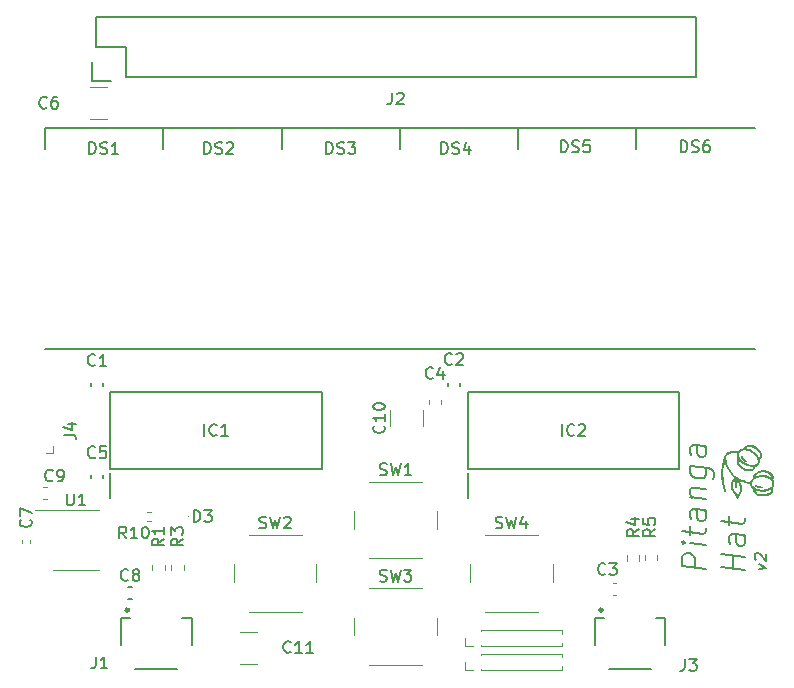
<source format=gto>
%TF.GenerationSoftware,KiCad,Pcbnew,7.0.8*%
%TF.CreationDate,2023-10-15T14:34:45+03:00*%
%TF.ProjectId,ltp_kikad,6c74705f-6b69-46b6-9164-2e6b69636164,rev?*%
%TF.SameCoordinates,Original*%
%TF.FileFunction,Legend,Top*%
%TF.FilePolarity,Positive*%
%FSLAX46Y46*%
G04 Gerber Fmt 4.6, Leading zero omitted, Abs format (unit mm)*
G04 Created by KiCad (PCBNEW 7.0.8) date 2023-10-15 14:34:45*
%MOMM*%
%LPD*%
G01*
G04 APERTURE LIST*
%ADD10C,0.150000*%
%ADD11C,0.120000*%
%ADD12C,0.127000*%
%ADD13C,0.300000*%
%ADD14C,0.100000*%
G04 APERTURE END LIST*
D10*
X177734438Y-100737030D02*
X175734438Y-100487030D01*
X175734438Y-100487030D02*
X175734438Y-99725125D01*
X175734438Y-99725125D02*
X175829676Y-99546554D01*
X175829676Y-99546554D02*
X175924914Y-99463220D01*
X175924914Y-99463220D02*
X176115390Y-99391792D01*
X176115390Y-99391792D02*
X176401104Y-99427506D01*
X176401104Y-99427506D02*
X176591580Y-99546554D01*
X176591580Y-99546554D02*
X176686819Y-99653696D01*
X176686819Y-99653696D02*
X176782057Y-99856077D01*
X176782057Y-99856077D02*
X176782057Y-100617982D01*
X177734438Y-98737030D02*
X176401104Y-98570363D01*
X175734438Y-98487030D02*
X175829676Y-98594173D01*
X175829676Y-98594173D02*
X175924914Y-98510839D01*
X175924914Y-98510839D02*
X175829676Y-98403696D01*
X175829676Y-98403696D02*
X175734438Y-98487030D01*
X175734438Y-98487030D02*
X175924914Y-98510839D01*
X176401104Y-97903696D02*
X176401104Y-97141792D01*
X175734438Y-97534649D02*
X177448723Y-97748935D01*
X177448723Y-97748935D02*
X177639200Y-97677506D01*
X177639200Y-97677506D02*
X177734438Y-97498935D01*
X177734438Y-97498935D02*
X177734438Y-97308458D01*
X177734438Y-95784649D02*
X176686819Y-95653697D01*
X176686819Y-95653697D02*
X176496342Y-95725125D01*
X176496342Y-95725125D02*
X176401104Y-95903697D01*
X176401104Y-95903697D02*
X176401104Y-96284649D01*
X176401104Y-96284649D02*
X176496342Y-96487030D01*
X177639200Y-95772744D02*
X177734438Y-95975125D01*
X177734438Y-95975125D02*
X177734438Y-96451316D01*
X177734438Y-96451316D02*
X177639200Y-96629887D01*
X177639200Y-96629887D02*
X177448723Y-96701316D01*
X177448723Y-96701316D02*
X177258247Y-96677506D01*
X177258247Y-96677506D02*
X177067771Y-96558458D01*
X177067771Y-96558458D02*
X176972533Y-96356078D01*
X176972533Y-96356078D02*
X176972533Y-95879887D01*
X176972533Y-95879887D02*
X176877295Y-95677506D01*
X176401104Y-94665601D02*
X177734438Y-94832268D01*
X176591580Y-94689411D02*
X176496342Y-94582268D01*
X176496342Y-94582268D02*
X176401104Y-94379887D01*
X176401104Y-94379887D02*
X176401104Y-94094173D01*
X176401104Y-94094173D02*
X176496342Y-93915601D01*
X176496342Y-93915601D02*
X176686819Y-93844173D01*
X176686819Y-93844173D02*
X177734438Y-93975125D01*
X176401104Y-91998934D02*
X178020152Y-92201315D01*
X178020152Y-92201315D02*
X178210628Y-92320363D01*
X178210628Y-92320363D02*
X178305866Y-92427506D01*
X178305866Y-92427506D02*
X178401104Y-92629887D01*
X178401104Y-92629887D02*
X178401104Y-92915601D01*
X178401104Y-92915601D02*
X178305866Y-93094172D01*
X177639200Y-92153696D02*
X177734438Y-92356077D01*
X177734438Y-92356077D02*
X177734438Y-92737030D01*
X177734438Y-92737030D02*
X177639200Y-92915601D01*
X177639200Y-92915601D02*
X177543961Y-92998934D01*
X177543961Y-92998934D02*
X177353485Y-93070363D01*
X177353485Y-93070363D02*
X176782057Y-92998934D01*
X176782057Y-92998934D02*
X176591580Y-92879887D01*
X176591580Y-92879887D02*
X176496342Y-92772744D01*
X176496342Y-92772744D02*
X176401104Y-92570363D01*
X176401104Y-92570363D02*
X176401104Y-92189410D01*
X176401104Y-92189410D02*
X176496342Y-92010839D01*
X177734438Y-90356077D02*
X176686819Y-90225125D01*
X176686819Y-90225125D02*
X176496342Y-90296553D01*
X176496342Y-90296553D02*
X176401104Y-90475125D01*
X176401104Y-90475125D02*
X176401104Y-90856077D01*
X176401104Y-90856077D02*
X176496342Y-91058458D01*
X177639200Y-90344172D02*
X177734438Y-90546553D01*
X177734438Y-90546553D02*
X177734438Y-91022744D01*
X177734438Y-91022744D02*
X177639200Y-91201315D01*
X177639200Y-91201315D02*
X177448723Y-91272744D01*
X177448723Y-91272744D02*
X177258247Y-91248934D01*
X177258247Y-91248934D02*
X177067771Y-91129886D01*
X177067771Y-91129886D02*
X176972533Y-90927506D01*
X176972533Y-90927506D02*
X176972533Y-90451315D01*
X176972533Y-90451315D02*
X176877295Y-90248934D01*
X181034438Y-100837030D02*
X179034438Y-100587030D01*
X179986819Y-100706077D02*
X179986819Y-99563220D01*
X181034438Y-99694173D02*
X179034438Y-99444173D01*
X181034438Y-97884649D02*
X179986819Y-97753697D01*
X179986819Y-97753697D02*
X179796342Y-97825125D01*
X179796342Y-97825125D02*
X179701104Y-98003697D01*
X179701104Y-98003697D02*
X179701104Y-98384649D01*
X179701104Y-98384649D02*
X179796342Y-98587030D01*
X180939200Y-97872744D02*
X181034438Y-98075125D01*
X181034438Y-98075125D02*
X181034438Y-98551316D01*
X181034438Y-98551316D02*
X180939200Y-98729887D01*
X180939200Y-98729887D02*
X180748723Y-98801316D01*
X180748723Y-98801316D02*
X180558247Y-98777506D01*
X180558247Y-98777506D02*
X180367771Y-98658458D01*
X180367771Y-98658458D02*
X180272533Y-98456078D01*
X180272533Y-98456078D02*
X180272533Y-97979887D01*
X180272533Y-97979887D02*
X180177295Y-97777506D01*
X179701104Y-97051315D02*
X179701104Y-96289411D01*
X179034438Y-96682268D02*
X180748723Y-96896554D01*
X180748723Y-96896554D02*
X180939200Y-96825125D01*
X180939200Y-96825125D02*
X181034438Y-96646554D01*
X181034438Y-96646554D02*
X181034438Y-96456077D01*
X182190152Y-100781077D02*
X182856819Y-100626316D01*
X182856819Y-100626316D02*
X182190152Y-100304887D01*
X181952057Y-99941791D02*
X181904438Y-99888220D01*
X181904438Y-99888220D02*
X181856819Y-99787030D01*
X181856819Y-99787030D02*
X181856819Y-99548934D01*
X181856819Y-99548934D02*
X181904438Y-99459649D01*
X181904438Y-99459649D02*
X181952057Y-99417982D01*
X181952057Y-99417982D02*
X182047295Y-99382268D01*
X182047295Y-99382268D02*
X182142533Y-99394172D01*
X182142533Y-99394172D02*
X182285390Y-99459649D01*
X182285390Y-99459649D02*
X182856819Y-100102506D01*
X182856819Y-100102506D02*
X182856819Y-99483458D01*
X175581814Y-65453819D02*
X175581814Y-64453819D01*
X175581814Y-64453819D02*
X175819909Y-64453819D01*
X175819909Y-64453819D02*
X175962766Y-64501438D01*
X175962766Y-64501438D02*
X176058004Y-64596676D01*
X176058004Y-64596676D02*
X176105623Y-64691914D01*
X176105623Y-64691914D02*
X176153242Y-64882390D01*
X176153242Y-64882390D02*
X176153242Y-65025247D01*
X176153242Y-65025247D02*
X176105623Y-65215723D01*
X176105623Y-65215723D02*
X176058004Y-65310961D01*
X176058004Y-65310961D02*
X175962766Y-65406200D01*
X175962766Y-65406200D02*
X175819909Y-65453819D01*
X175819909Y-65453819D02*
X175581814Y-65453819D01*
X176534195Y-65406200D02*
X176677052Y-65453819D01*
X176677052Y-65453819D02*
X176915147Y-65453819D01*
X176915147Y-65453819D02*
X177010385Y-65406200D01*
X177010385Y-65406200D02*
X177058004Y-65358580D01*
X177058004Y-65358580D02*
X177105623Y-65263342D01*
X177105623Y-65263342D02*
X177105623Y-65168104D01*
X177105623Y-65168104D02*
X177058004Y-65072866D01*
X177058004Y-65072866D02*
X177010385Y-65025247D01*
X177010385Y-65025247D02*
X176915147Y-64977628D01*
X176915147Y-64977628D02*
X176724671Y-64930009D01*
X176724671Y-64930009D02*
X176629433Y-64882390D01*
X176629433Y-64882390D02*
X176581814Y-64834771D01*
X176581814Y-64834771D02*
X176534195Y-64739533D01*
X176534195Y-64739533D02*
X176534195Y-64644295D01*
X176534195Y-64644295D02*
X176581814Y-64549057D01*
X176581814Y-64549057D02*
X176629433Y-64501438D01*
X176629433Y-64501438D02*
X176724671Y-64453819D01*
X176724671Y-64453819D02*
X176962766Y-64453819D01*
X176962766Y-64453819D02*
X177105623Y-64501438D01*
X177962766Y-64453819D02*
X177772290Y-64453819D01*
X177772290Y-64453819D02*
X177677052Y-64501438D01*
X177677052Y-64501438D02*
X177629433Y-64549057D01*
X177629433Y-64549057D02*
X177534195Y-64691914D01*
X177534195Y-64691914D02*
X177486576Y-64882390D01*
X177486576Y-64882390D02*
X177486576Y-65263342D01*
X177486576Y-65263342D02*
X177534195Y-65358580D01*
X177534195Y-65358580D02*
X177581814Y-65406200D01*
X177581814Y-65406200D02*
X177677052Y-65453819D01*
X177677052Y-65453819D02*
X177867528Y-65453819D01*
X177867528Y-65453819D02*
X177962766Y-65406200D01*
X177962766Y-65406200D02*
X178010385Y-65358580D01*
X178010385Y-65358580D02*
X178058004Y-65263342D01*
X178058004Y-65263342D02*
X178058004Y-65025247D01*
X178058004Y-65025247D02*
X178010385Y-64930009D01*
X178010385Y-64930009D02*
X177962766Y-64882390D01*
X177962766Y-64882390D02*
X177867528Y-64834771D01*
X177867528Y-64834771D02*
X177677052Y-64834771D01*
X177677052Y-64834771D02*
X177581814Y-64882390D01*
X177581814Y-64882390D02*
X177534195Y-64930009D01*
X177534195Y-64930009D02*
X177486576Y-65025247D01*
X145585814Y-65604419D02*
X145585814Y-64604419D01*
X145585814Y-64604419D02*
X145823909Y-64604419D01*
X145823909Y-64604419D02*
X145966766Y-64652038D01*
X145966766Y-64652038D02*
X146062004Y-64747276D01*
X146062004Y-64747276D02*
X146109623Y-64842514D01*
X146109623Y-64842514D02*
X146157242Y-65032990D01*
X146157242Y-65032990D02*
X146157242Y-65175847D01*
X146157242Y-65175847D02*
X146109623Y-65366323D01*
X146109623Y-65366323D02*
X146062004Y-65461561D01*
X146062004Y-65461561D02*
X145966766Y-65556800D01*
X145966766Y-65556800D02*
X145823909Y-65604419D01*
X145823909Y-65604419D02*
X145585814Y-65604419D01*
X146538195Y-65556800D02*
X146681052Y-65604419D01*
X146681052Y-65604419D02*
X146919147Y-65604419D01*
X146919147Y-65604419D02*
X147014385Y-65556800D01*
X147014385Y-65556800D02*
X147062004Y-65509180D01*
X147062004Y-65509180D02*
X147109623Y-65413942D01*
X147109623Y-65413942D02*
X147109623Y-65318704D01*
X147109623Y-65318704D02*
X147062004Y-65223466D01*
X147062004Y-65223466D02*
X147014385Y-65175847D01*
X147014385Y-65175847D02*
X146919147Y-65128228D01*
X146919147Y-65128228D02*
X146728671Y-65080609D01*
X146728671Y-65080609D02*
X146633433Y-65032990D01*
X146633433Y-65032990D02*
X146585814Y-64985371D01*
X146585814Y-64985371D02*
X146538195Y-64890133D01*
X146538195Y-64890133D02*
X146538195Y-64794895D01*
X146538195Y-64794895D02*
X146585814Y-64699657D01*
X146585814Y-64699657D02*
X146633433Y-64652038D01*
X146633433Y-64652038D02*
X146728671Y-64604419D01*
X146728671Y-64604419D02*
X146966766Y-64604419D01*
X146966766Y-64604419D02*
X147109623Y-64652038D01*
X147442957Y-64604419D02*
X148062004Y-64604419D01*
X148062004Y-64604419D02*
X147728671Y-64985371D01*
X147728671Y-64985371D02*
X147871528Y-64985371D01*
X147871528Y-64985371D02*
X147966766Y-65032990D01*
X147966766Y-65032990D02*
X148014385Y-65080609D01*
X148014385Y-65080609D02*
X148062004Y-65175847D01*
X148062004Y-65175847D02*
X148062004Y-65413942D01*
X148062004Y-65413942D02*
X148014385Y-65509180D01*
X148014385Y-65509180D02*
X147966766Y-65556800D01*
X147966766Y-65556800D02*
X147871528Y-65604419D01*
X147871528Y-65604419D02*
X147585814Y-65604419D01*
X147585814Y-65604419D02*
X147490576Y-65556800D01*
X147490576Y-65556800D02*
X147442957Y-65509180D01*
X169220333Y-101159580D02*
X169172714Y-101207200D01*
X169172714Y-101207200D02*
X169029857Y-101254819D01*
X169029857Y-101254819D02*
X168934619Y-101254819D01*
X168934619Y-101254819D02*
X168791762Y-101207200D01*
X168791762Y-101207200D02*
X168696524Y-101111961D01*
X168696524Y-101111961D02*
X168648905Y-101016723D01*
X168648905Y-101016723D02*
X168601286Y-100826247D01*
X168601286Y-100826247D02*
X168601286Y-100683390D01*
X168601286Y-100683390D02*
X168648905Y-100492914D01*
X168648905Y-100492914D02*
X168696524Y-100397676D01*
X168696524Y-100397676D02*
X168791762Y-100302438D01*
X168791762Y-100302438D02*
X168934619Y-100254819D01*
X168934619Y-100254819D02*
X169029857Y-100254819D01*
X169029857Y-100254819D02*
X169172714Y-100302438D01*
X169172714Y-100302438D02*
X169220333Y-100350057D01*
X169553667Y-100254819D02*
X170172714Y-100254819D01*
X170172714Y-100254819D02*
X169839381Y-100635771D01*
X169839381Y-100635771D02*
X169982238Y-100635771D01*
X169982238Y-100635771D02*
X170077476Y-100683390D01*
X170077476Y-100683390D02*
X170125095Y-100731009D01*
X170125095Y-100731009D02*
X170172714Y-100826247D01*
X170172714Y-100826247D02*
X170172714Y-101064342D01*
X170172714Y-101064342D02*
X170125095Y-101159580D01*
X170125095Y-101159580D02*
X170077476Y-101207200D01*
X170077476Y-101207200D02*
X169982238Y-101254819D01*
X169982238Y-101254819D02*
X169696524Y-101254819D01*
X169696524Y-101254819D02*
X169601286Y-101207200D01*
X169601286Y-101207200D02*
X169553667Y-101159580D01*
X126053666Y-108154819D02*
X126053666Y-108869104D01*
X126053666Y-108869104D02*
X126006047Y-109011961D01*
X126006047Y-109011961D02*
X125910809Y-109107200D01*
X125910809Y-109107200D02*
X125767952Y-109154819D01*
X125767952Y-109154819D02*
X125672714Y-109154819D01*
X127053666Y-109154819D02*
X126482238Y-109154819D01*
X126767952Y-109154819D02*
X126767952Y-108154819D01*
X126767952Y-108154819D02*
X126672714Y-108297676D01*
X126672714Y-108297676D02*
X126577476Y-108392914D01*
X126577476Y-108392914D02*
X126482238Y-108440533D01*
X131841819Y-98166666D02*
X131365628Y-98499999D01*
X131841819Y-98738094D02*
X130841819Y-98738094D01*
X130841819Y-98738094D02*
X130841819Y-98357142D01*
X130841819Y-98357142D02*
X130889438Y-98261904D01*
X130889438Y-98261904D02*
X130937057Y-98214285D01*
X130937057Y-98214285D02*
X131032295Y-98166666D01*
X131032295Y-98166666D02*
X131175152Y-98166666D01*
X131175152Y-98166666D02*
X131270390Y-98214285D01*
X131270390Y-98214285D02*
X131318009Y-98261904D01*
X131318009Y-98261904D02*
X131365628Y-98357142D01*
X131365628Y-98357142D02*
X131365628Y-98738094D01*
X131841819Y-97214285D02*
X131841819Y-97785713D01*
X131841819Y-97499999D02*
X130841819Y-97499999D01*
X130841819Y-97499999D02*
X130984676Y-97595237D01*
X130984676Y-97595237D02*
X131079914Y-97690475D01*
X131079914Y-97690475D02*
X131127533Y-97785713D01*
X172041819Y-97366666D02*
X171565628Y-97699999D01*
X172041819Y-97938094D02*
X171041819Y-97938094D01*
X171041819Y-97938094D02*
X171041819Y-97557142D01*
X171041819Y-97557142D02*
X171089438Y-97461904D01*
X171089438Y-97461904D02*
X171137057Y-97414285D01*
X171137057Y-97414285D02*
X171232295Y-97366666D01*
X171232295Y-97366666D02*
X171375152Y-97366666D01*
X171375152Y-97366666D02*
X171470390Y-97414285D01*
X171470390Y-97414285D02*
X171518009Y-97461904D01*
X171518009Y-97461904D02*
X171565628Y-97557142D01*
X171565628Y-97557142D02*
X171565628Y-97938094D01*
X171375152Y-96509523D02*
X172041819Y-96509523D01*
X170994200Y-96747618D02*
X171708485Y-96985713D01*
X171708485Y-96985713D02*
X171708485Y-96366666D01*
X126020333Y-91259580D02*
X125972714Y-91307200D01*
X125972714Y-91307200D02*
X125829857Y-91354819D01*
X125829857Y-91354819D02*
X125734619Y-91354819D01*
X125734619Y-91354819D02*
X125591762Y-91307200D01*
X125591762Y-91307200D02*
X125496524Y-91211961D01*
X125496524Y-91211961D02*
X125448905Y-91116723D01*
X125448905Y-91116723D02*
X125401286Y-90926247D01*
X125401286Y-90926247D02*
X125401286Y-90783390D01*
X125401286Y-90783390D02*
X125448905Y-90592914D01*
X125448905Y-90592914D02*
X125496524Y-90497676D01*
X125496524Y-90497676D02*
X125591762Y-90402438D01*
X125591762Y-90402438D02*
X125734619Y-90354819D01*
X125734619Y-90354819D02*
X125829857Y-90354819D01*
X125829857Y-90354819D02*
X125972714Y-90402438D01*
X125972714Y-90402438D02*
X126020333Y-90450057D01*
X126925095Y-90354819D02*
X126448905Y-90354819D01*
X126448905Y-90354819D02*
X126401286Y-90831009D01*
X126401286Y-90831009D02*
X126448905Y-90783390D01*
X126448905Y-90783390D02*
X126544143Y-90735771D01*
X126544143Y-90735771D02*
X126782238Y-90735771D01*
X126782238Y-90735771D02*
X126877476Y-90783390D01*
X126877476Y-90783390D02*
X126925095Y-90831009D01*
X126925095Y-90831009D02*
X126972714Y-90926247D01*
X126972714Y-90926247D02*
X126972714Y-91164342D01*
X126972714Y-91164342D02*
X126925095Y-91259580D01*
X126925095Y-91259580D02*
X126877476Y-91307200D01*
X126877476Y-91307200D02*
X126782238Y-91354819D01*
X126782238Y-91354819D02*
X126544143Y-91354819D01*
X126544143Y-91354819D02*
X126448905Y-91307200D01*
X126448905Y-91307200D02*
X126401286Y-91259580D01*
X128644142Y-98154819D02*
X128310809Y-97678628D01*
X128072714Y-98154819D02*
X128072714Y-97154819D01*
X128072714Y-97154819D02*
X128453666Y-97154819D01*
X128453666Y-97154819D02*
X128548904Y-97202438D01*
X128548904Y-97202438D02*
X128596523Y-97250057D01*
X128596523Y-97250057D02*
X128644142Y-97345295D01*
X128644142Y-97345295D02*
X128644142Y-97488152D01*
X128644142Y-97488152D02*
X128596523Y-97583390D01*
X128596523Y-97583390D02*
X128548904Y-97631009D01*
X128548904Y-97631009D02*
X128453666Y-97678628D01*
X128453666Y-97678628D02*
X128072714Y-97678628D01*
X129596523Y-98154819D02*
X129025095Y-98154819D01*
X129310809Y-98154819D02*
X129310809Y-97154819D01*
X129310809Y-97154819D02*
X129215571Y-97297676D01*
X129215571Y-97297676D02*
X129120333Y-97392914D01*
X129120333Y-97392914D02*
X129025095Y-97440533D01*
X130215571Y-97154819D02*
X130310809Y-97154819D01*
X130310809Y-97154819D02*
X130406047Y-97202438D01*
X130406047Y-97202438D02*
X130453666Y-97250057D01*
X130453666Y-97250057D02*
X130501285Y-97345295D01*
X130501285Y-97345295D02*
X130548904Y-97535771D01*
X130548904Y-97535771D02*
X130548904Y-97773866D01*
X130548904Y-97773866D02*
X130501285Y-97964342D01*
X130501285Y-97964342D02*
X130453666Y-98059580D01*
X130453666Y-98059580D02*
X130406047Y-98107200D01*
X130406047Y-98107200D02*
X130310809Y-98154819D01*
X130310809Y-98154819D02*
X130215571Y-98154819D01*
X130215571Y-98154819D02*
X130120333Y-98107200D01*
X130120333Y-98107200D02*
X130072714Y-98059580D01*
X130072714Y-98059580D02*
X130025095Y-97964342D01*
X130025095Y-97964342D02*
X129977476Y-97773866D01*
X129977476Y-97773866D02*
X129977476Y-97535771D01*
X129977476Y-97535771D02*
X130025095Y-97345295D01*
X130025095Y-97345295D02*
X130072714Y-97250057D01*
X130072714Y-97250057D02*
X130120333Y-97202438D01*
X130120333Y-97202438D02*
X130215571Y-97154819D01*
X135267710Y-89466419D02*
X135267710Y-88466419D01*
X136315328Y-89371180D02*
X136267709Y-89418800D01*
X136267709Y-89418800D02*
X136124852Y-89466419D01*
X136124852Y-89466419D02*
X136029614Y-89466419D01*
X136029614Y-89466419D02*
X135886757Y-89418800D01*
X135886757Y-89418800D02*
X135791519Y-89323561D01*
X135791519Y-89323561D02*
X135743900Y-89228323D01*
X135743900Y-89228323D02*
X135696281Y-89037847D01*
X135696281Y-89037847D02*
X135696281Y-88894990D01*
X135696281Y-88894990D02*
X135743900Y-88704514D01*
X135743900Y-88704514D02*
X135791519Y-88609276D01*
X135791519Y-88609276D02*
X135886757Y-88514038D01*
X135886757Y-88514038D02*
X136029614Y-88466419D01*
X136029614Y-88466419D02*
X136124852Y-88466419D01*
X136124852Y-88466419D02*
X136267709Y-88514038D01*
X136267709Y-88514038D02*
X136315328Y-88561657D01*
X137267709Y-89466419D02*
X136696281Y-89466419D01*
X136981995Y-89466419D02*
X136981995Y-88466419D01*
X136981995Y-88466419D02*
X136886757Y-88609276D01*
X136886757Y-88609276D02*
X136791519Y-88704514D01*
X136791519Y-88704514D02*
X136696281Y-88752133D01*
X156220333Y-83359580D02*
X156172714Y-83407200D01*
X156172714Y-83407200D02*
X156029857Y-83454819D01*
X156029857Y-83454819D02*
X155934619Y-83454819D01*
X155934619Y-83454819D02*
X155791762Y-83407200D01*
X155791762Y-83407200D02*
X155696524Y-83311961D01*
X155696524Y-83311961D02*
X155648905Y-83216723D01*
X155648905Y-83216723D02*
X155601286Y-83026247D01*
X155601286Y-83026247D02*
X155601286Y-82883390D01*
X155601286Y-82883390D02*
X155648905Y-82692914D01*
X155648905Y-82692914D02*
X155696524Y-82597676D01*
X155696524Y-82597676D02*
X155791762Y-82502438D01*
X155791762Y-82502438D02*
X155934619Y-82454819D01*
X155934619Y-82454819D02*
X156029857Y-82454819D01*
X156029857Y-82454819D02*
X156172714Y-82502438D01*
X156172714Y-82502438D02*
X156220333Y-82550057D01*
X156601286Y-82550057D02*
X156648905Y-82502438D01*
X156648905Y-82502438D02*
X156744143Y-82454819D01*
X156744143Y-82454819D02*
X156982238Y-82454819D01*
X156982238Y-82454819D02*
X157077476Y-82502438D01*
X157077476Y-82502438D02*
X157125095Y-82550057D01*
X157125095Y-82550057D02*
X157172714Y-82645295D01*
X157172714Y-82645295D02*
X157172714Y-82740533D01*
X157172714Y-82740533D02*
X157125095Y-82883390D01*
X157125095Y-82883390D02*
X156553667Y-83454819D01*
X156553667Y-83454819D02*
X157172714Y-83454819D01*
X159928667Y-97257200D02*
X160071524Y-97304819D01*
X160071524Y-97304819D02*
X160309619Y-97304819D01*
X160309619Y-97304819D02*
X160404857Y-97257200D01*
X160404857Y-97257200D02*
X160452476Y-97209580D01*
X160452476Y-97209580D02*
X160500095Y-97114342D01*
X160500095Y-97114342D02*
X160500095Y-97019104D01*
X160500095Y-97019104D02*
X160452476Y-96923866D01*
X160452476Y-96923866D02*
X160404857Y-96876247D01*
X160404857Y-96876247D02*
X160309619Y-96828628D01*
X160309619Y-96828628D02*
X160119143Y-96781009D01*
X160119143Y-96781009D02*
X160023905Y-96733390D01*
X160023905Y-96733390D02*
X159976286Y-96685771D01*
X159976286Y-96685771D02*
X159928667Y-96590533D01*
X159928667Y-96590533D02*
X159928667Y-96495295D01*
X159928667Y-96495295D02*
X159976286Y-96400057D01*
X159976286Y-96400057D02*
X160023905Y-96352438D01*
X160023905Y-96352438D02*
X160119143Y-96304819D01*
X160119143Y-96304819D02*
X160357238Y-96304819D01*
X160357238Y-96304819D02*
X160500095Y-96352438D01*
X160833429Y-96304819D02*
X161071524Y-97304819D01*
X161071524Y-97304819D02*
X161262000Y-96590533D01*
X161262000Y-96590533D02*
X161452476Y-97304819D01*
X161452476Y-97304819D02*
X161690572Y-96304819D01*
X162500095Y-96638152D02*
X162500095Y-97304819D01*
X162262000Y-96257200D02*
X162023905Y-96971485D01*
X162023905Y-96971485D02*
X162642952Y-96971485D01*
X133441819Y-98166666D02*
X132965628Y-98499999D01*
X133441819Y-98738094D02*
X132441819Y-98738094D01*
X132441819Y-98738094D02*
X132441819Y-98357142D01*
X132441819Y-98357142D02*
X132489438Y-98261904D01*
X132489438Y-98261904D02*
X132537057Y-98214285D01*
X132537057Y-98214285D02*
X132632295Y-98166666D01*
X132632295Y-98166666D02*
X132775152Y-98166666D01*
X132775152Y-98166666D02*
X132870390Y-98214285D01*
X132870390Y-98214285D02*
X132918009Y-98261904D01*
X132918009Y-98261904D02*
X132965628Y-98357142D01*
X132965628Y-98357142D02*
X132965628Y-98738094D01*
X132441819Y-97833332D02*
X132441819Y-97214285D01*
X132441819Y-97214285D02*
X132822771Y-97547618D01*
X132822771Y-97547618D02*
X132822771Y-97404761D01*
X132822771Y-97404761D02*
X132870390Y-97309523D01*
X132870390Y-97309523D02*
X132918009Y-97261904D01*
X132918009Y-97261904D02*
X133013247Y-97214285D01*
X133013247Y-97214285D02*
X133251342Y-97214285D01*
X133251342Y-97214285D02*
X133346580Y-97261904D01*
X133346580Y-97261904D02*
X133394200Y-97309523D01*
X133394200Y-97309523D02*
X133441819Y-97404761D01*
X133441819Y-97404761D02*
X133441819Y-97690475D01*
X133441819Y-97690475D02*
X133394200Y-97785713D01*
X133394200Y-97785713D02*
X133346580Y-97833332D01*
X123625095Y-94354819D02*
X123625095Y-95164342D01*
X123625095Y-95164342D02*
X123672714Y-95259580D01*
X123672714Y-95259580D02*
X123720333Y-95307200D01*
X123720333Y-95307200D02*
X123815571Y-95354819D01*
X123815571Y-95354819D02*
X124006047Y-95354819D01*
X124006047Y-95354819D02*
X124101285Y-95307200D01*
X124101285Y-95307200D02*
X124148904Y-95259580D01*
X124148904Y-95259580D02*
X124196523Y-95164342D01*
X124196523Y-95164342D02*
X124196523Y-94354819D01*
X125196523Y-95354819D02*
X124625095Y-95354819D01*
X124910809Y-95354819D02*
X124910809Y-94354819D01*
X124910809Y-94354819D02*
X124815571Y-94497676D01*
X124815571Y-94497676D02*
X124720333Y-94592914D01*
X124720333Y-94592914D02*
X124625095Y-94640533D01*
X120546580Y-96566666D02*
X120594200Y-96614285D01*
X120594200Y-96614285D02*
X120641819Y-96757142D01*
X120641819Y-96757142D02*
X120641819Y-96852380D01*
X120641819Y-96852380D02*
X120594200Y-96995237D01*
X120594200Y-96995237D02*
X120498961Y-97090475D01*
X120498961Y-97090475D02*
X120403723Y-97138094D01*
X120403723Y-97138094D02*
X120213247Y-97185713D01*
X120213247Y-97185713D02*
X120070390Y-97185713D01*
X120070390Y-97185713D02*
X119879914Y-97138094D01*
X119879914Y-97138094D02*
X119784676Y-97090475D01*
X119784676Y-97090475D02*
X119689438Y-96995237D01*
X119689438Y-96995237D02*
X119641819Y-96852380D01*
X119641819Y-96852380D02*
X119641819Y-96757142D01*
X119641819Y-96757142D02*
X119689438Y-96614285D01*
X119689438Y-96614285D02*
X119737057Y-96566666D01*
X119641819Y-96233332D02*
X119641819Y-95566666D01*
X119641819Y-95566666D02*
X120641819Y-95995237D01*
X165449814Y-65456219D02*
X165449814Y-64456219D01*
X165449814Y-64456219D02*
X165687909Y-64456219D01*
X165687909Y-64456219D02*
X165830766Y-64503838D01*
X165830766Y-64503838D02*
X165926004Y-64599076D01*
X165926004Y-64599076D02*
X165973623Y-64694314D01*
X165973623Y-64694314D02*
X166021242Y-64884790D01*
X166021242Y-64884790D02*
X166021242Y-65027647D01*
X166021242Y-65027647D02*
X165973623Y-65218123D01*
X165973623Y-65218123D02*
X165926004Y-65313361D01*
X165926004Y-65313361D02*
X165830766Y-65408600D01*
X165830766Y-65408600D02*
X165687909Y-65456219D01*
X165687909Y-65456219D02*
X165449814Y-65456219D01*
X166402195Y-65408600D02*
X166545052Y-65456219D01*
X166545052Y-65456219D02*
X166783147Y-65456219D01*
X166783147Y-65456219D02*
X166878385Y-65408600D01*
X166878385Y-65408600D02*
X166926004Y-65360980D01*
X166926004Y-65360980D02*
X166973623Y-65265742D01*
X166973623Y-65265742D02*
X166973623Y-65170504D01*
X166973623Y-65170504D02*
X166926004Y-65075266D01*
X166926004Y-65075266D02*
X166878385Y-65027647D01*
X166878385Y-65027647D02*
X166783147Y-64980028D01*
X166783147Y-64980028D02*
X166592671Y-64932409D01*
X166592671Y-64932409D02*
X166497433Y-64884790D01*
X166497433Y-64884790D02*
X166449814Y-64837171D01*
X166449814Y-64837171D02*
X166402195Y-64741933D01*
X166402195Y-64741933D02*
X166402195Y-64646695D01*
X166402195Y-64646695D02*
X166449814Y-64551457D01*
X166449814Y-64551457D02*
X166497433Y-64503838D01*
X166497433Y-64503838D02*
X166592671Y-64456219D01*
X166592671Y-64456219D02*
X166830766Y-64456219D01*
X166830766Y-64456219D02*
X166973623Y-64503838D01*
X167878385Y-64456219D02*
X167402195Y-64456219D01*
X167402195Y-64456219D02*
X167354576Y-64932409D01*
X167354576Y-64932409D02*
X167402195Y-64884790D01*
X167402195Y-64884790D02*
X167497433Y-64837171D01*
X167497433Y-64837171D02*
X167735528Y-64837171D01*
X167735528Y-64837171D02*
X167830766Y-64884790D01*
X167830766Y-64884790D02*
X167878385Y-64932409D01*
X167878385Y-64932409D02*
X167926004Y-65027647D01*
X167926004Y-65027647D02*
X167926004Y-65265742D01*
X167926004Y-65265742D02*
X167878385Y-65360980D01*
X167878385Y-65360980D02*
X167830766Y-65408600D01*
X167830766Y-65408600D02*
X167735528Y-65456219D01*
X167735528Y-65456219D02*
X167497433Y-65456219D01*
X167497433Y-65456219D02*
X167402195Y-65408600D01*
X167402195Y-65408600D02*
X167354576Y-65360980D01*
X134348905Y-96754819D02*
X134348905Y-95754819D01*
X134348905Y-95754819D02*
X134587000Y-95754819D01*
X134587000Y-95754819D02*
X134729857Y-95802438D01*
X134729857Y-95802438D02*
X134825095Y-95897676D01*
X134825095Y-95897676D02*
X134872714Y-95992914D01*
X134872714Y-95992914D02*
X134920333Y-96183390D01*
X134920333Y-96183390D02*
X134920333Y-96326247D01*
X134920333Y-96326247D02*
X134872714Y-96516723D01*
X134872714Y-96516723D02*
X134825095Y-96611961D01*
X134825095Y-96611961D02*
X134729857Y-96707200D01*
X134729857Y-96707200D02*
X134587000Y-96754819D01*
X134587000Y-96754819D02*
X134348905Y-96754819D01*
X135253667Y-95754819D02*
X135872714Y-95754819D01*
X135872714Y-95754819D02*
X135539381Y-96135771D01*
X135539381Y-96135771D02*
X135682238Y-96135771D01*
X135682238Y-96135771D02*
X135777476Y-96183390D01*
X135777476Y-96183390D02*
X135825095Y-96231009D01*
X135825095Y-96231009D02*
X135872714Y-96326247D01*
X135872714Y-96326247D02*
X135872714Y-96564342D01*
X135872714Y-96564342D02*
X135825095Y-96659580D01*
X135825095Y-96659580D02*
X135777476Y-96707200D01*
X135777476Y-96707200D02*
X135682238Y-96754819D01*
X135682238Y-96754819D02*
X135396524Y-96754819D01*
X135396524Y-96754819D02*
X135301286Y-96707200D01*
X135301286Y-96707200D02*
X135253667Y-96659580D01*
X135253814Y-65604819D02*
X135253814Y-64604819D01*
X135253814Y-64604819D02*
X135491909Y-64604819D01*
X135491909Y-64604819D02*
X135634766Y-64652438D01*
X135634766Y-64652438D02*
X135730004Y-64747676D01*
X135730004Y-64747676D02*
X135777623Y-64842914D01*
X135777623Y-64842914D02*
X135825242Y-65033390D01*
X135825242Y-65033390D02*
X135825242Y-65176247D01*
X135825242Y-65176247D02*
X135777623Y-65366723D01*
X135777623Y-65366723D02*
X135730004Y-65461961D01*
X135730004Y-65461961D02*
X135634766Y-65557200D01*
X135634766Y-65557200D02*
X135491909Y-65604819D01*
X135491909Y-65604819D02*
X135253814Y-65604819D01*
X136206195Y-65557200D02*
X136349052Y-65604819D01*
X136349052Y-65604819D02*
X136587147Y-65604819D01*
X136587147Y-65604819D02*
X136682385Y-65557200D01*
X136682385Y-65557200D02*
X136730004Y-65509580D01*
X136730004Y-65509580D02*
X136777623Y-65414342D01*
X136777623Y-65414342D02*
X136777623Y-65319104D01*
X136777623Y-65319104D02*
X136730004Y-65223866D01*
X136730004Y-65223866D02*
X136682385Y-65176247D01*
X136682385Y-65176247D02*
X136587147Y-65128628D01*
X136587147Y-65128628D02*
X136396671Y-65081009D01*
X136396671Y-65081009D02*
X136301433Y-65033390D01*
X136301433Y-65033390D02*
X136253814Y-64985771D01*
X136253814Y-64985771D02*
X136206195Y-64890533D01*
X136206195Y-64890533D02*
X136206195Y-64795295D01*
X136206195Y-64795295D02*
X136253814Y-64700057D01*
X136253814Y-64700057D02*
X136301433Y-64652438D01*
X136301433Y-64652438D02*
X136396671Y-64604819D01*
X136396671Y-64604819D02*
X136634766Y-64604819D01*
X136634766Y-64604819D02*
X136777623Y-64652438D01*
X137158576Y-64700057D02*
X137206195Y-64652438D01*
X137206195Y-64652438D02*
X137301433Y-64604819D01*
X137301433Y-64604819D02*
X137539528Y-64604819D01*
X137539528Y-64604819D02*
X137634766Y-64652438D01*
X137634766Y-64652438D02*
X137682385Y-64700057D01*
X137682385Y-64700057D02*
X137730004Y-64795295D01*
X137730004Y-64795295D02*
X137730004Y-64890533D01*
X137730004Y-64890533D02*
X137682385Y-65033390D01*
X137682385Y-65033390D02*
X137110957Y-65604819D01*
X137110957Y-65604819D02*
X137730004Y-65604819D01*
X125521814Y-65604819D02*
X125521814Y-64604819D01*
X125521814Y-64604819D02*
X125759909Y-64604819D01*
X125759909Y-64604819D02*
X125902766Y-64652438D01*
X125902766Y-64652438D02*
X125998004Y-64747676D01*
X125998004Y-64747676D02*
X126045623Y-64842914D01*
X126045623Y-64842914D02*
X126093242Y-65033390D01*
X126093242Y-65033390D02*
X126093242Y-65176247D01*
X126093242Y-65176247D02*
X126045623Y-65366723D01*
X126045623Y-65366723D02*
X125998004Y-65461961D01*
X125998004Y-65461961D02*
X125902766Y-65557200D01*
X125902766Y-65557200D02*
X125759909Y-65604819D01*
X125759909Y-65604819D02*
X125521814Y-65604819D01*
X126474195Y-65557200D02*
X126617052Y-65604819D01*
X126617052Y-65604819D02*
X126855147Y-65604819D01*
X126855147Y-65604819D02*
X126950385Y-65557200D01*
X126950385Y-65557200D02*
X126998004Y-65509580D01*
X126998004Y-65509580D02*
X127045623Y-65414342D01*
X127045623Y-65414342D02*
X127045623Y-65319104D01*
X127045623Y-65319104D02*
X126998004Y-65223866D01*
X126998004Y-65223866D02*
X126950385Y-65176247D01*
X126950385Y-65176247D02*
X126855147Y-65128628D01*
X126855147Y-65128628D02*
X126664671Y-65081009D01*
X126664671Y-65081009D02*
X126569433Y-65033390D01*
X126569433Y-65033390D02*
X126521814Y-64985771D01*
X126521814Y-64985771D02*
X126474195Y-64890533D01*
X126474195Y-64890533D02*
X126474195Y-64795295D01*
X126474195Y-64795295D02*
X126521814Y-64700057D01*
X126521814Y-64700057D02*
X126569433Y-64652438D01*
X126569433Y-64652438D02*
X126664671Y-64604819D01*
X126664671Y-64604819D02*
X126902766Y-64604819D01*
X126902766Y-64604819D02*
X127045623Y-64652438D01*
X127998004Y-65604819D02*
X127426576Y-65604819D01*
X127712290Y-65604819D02*
X127712290Y-64604819D01*
X127712290Y-64604819D02*
X127617052Y-64747676D01*
X127617052Y-64747676D02*
X127521814Y-64842914D01*
X127521814Y-64842914D02*
X127426576Y-64890533D01*
X150128667Y-92757200D02*
X150271524Y-92804819D01*
X150271524Y-92804819D02*
X150509619Y-92804819D01*
X150509619Y-92804819D02*
X150604857Y-92757200D01*
X150604857Y-92757200D02*
X150652476Y-92709580D01*
X150652476Y-92709580D02*
X150700095Y-92614342D01*
X150700095Y-92614342D02*
X150700095Y-92519104D01*
X150700095Y-92519104D02*
X150652476Y-92423866D01*
X150652476Y-92423866D02*
X150604857Y-92376247D01*
X150604857Y-92376247D02*
X150509619Y-92328628D01*
X150509619Y-92328628D02*
X150319143Y-92281009D01*
X150319143Y-92281009D02*
X150223905Y-92233390D01*
X150223905Y-92233390D02*
X150176286Y-92185771D01*
X150176286Y-92185771D02*
X150128667Y-92090533D01*
X150128667Y-92090533D02*
X150128667Y-91995295D01*
X150128667Y-91995295D02*
X150176286Y-91900057D01*
X150176286Y-91900057D02*
X150223905Y-91852438D01*
X150223905Y-91852438D02*
X150319143Y-91804819D01*
X150319143Y-91804819D02*
X150557238Y-91804819D01*
X150557238Y-91804819D02*
X150700095Y-91852438D01*
X151033429Y-91804819D02*
X151271524Y-92804819D01*
X151271524Y-92804819D02*
X151462000Y-92090533D01*
X151462000Y-92090533D02*
X151652476Y-92804819D01*
X151652476Y-92804819D02*
X151890572Y-91804819D01*
X152795333Y-92804819D02*
X152223905Y-92804819D01*
X152509619Y-92804819D02*
X152509619Y-91804819D01*
X152509619Y-91804819D02*
X152414381Y-91947676D01*
X152414381Y-91947676D02*
X152319143Y-92042914D01*
X152319143Y-92042914D02*
X152223905Y-92090533D01*
X150446580Y-88605357D02*
X150494200Y-88652976D01*
X150494200Y-88652976D02*
X150541819Y-88795833D01*
X150541819Y-88795833D02*
X150541819Y-88891071D01*
X150541819Y-88891071D02*
X150494200Y-89033928D01*
X150494200Y-89033928D02*
X150398961Y-89129166D01*
X150398961Y-89129166D02*
X150303723Y-89176785D01*
X150303723Y-89176785D02*
X150113247Y-89224404D01*
X150113247Y-89224404D02*
X149970390Y-89224404D01*
X149970390Y-89224404D02*
X149779914Y-89176785D01*
X149779914Y-89176785D02*
X149684676Y-89129166D01*
X149684676Y-89129166D02*
X149589438Y-89033928D01*
X149589438Y-89033928D02*
X149541819Y-88891071D01*
X149541819Y-88891071D02*
X149541819Y-88795833D01*
X149541819Y-88795833D02*
X149589438Y-88652976D01*
X149589438Y-88652976D02*
X149637057Y-88605357D01*
X150541819Y-87652976D02*
X150541819Y-88224404D01*
X150541819Y-87938690D02*
X149541819Y-87938690D01*
X149541819Y-87938690D02*
X149684676Y-88033928D01*
X149684676Y-88033928D02*
X149779914Y-88129166D01*
X149779914Y-88129166D02*
X149827533Y-88224404D01*
X149541819Y-87033928D02*
X149541819Y-86938690D01*
X149541819Y-86938690D02*
X149589438Y-86843452D01*
X149589438Y-86843452D02*
X149637057Y-86795833D01*
X149637057Y-86795833D02*
X149732295Y-86748214D01*
X149732295Y-86748214D02*
X149922771Y-86700595D01*
X149922771Y-86700595D02*
X150160866Y-86700595D01*
X150160866Y-86700595D02*
X150351342Y-86748214D01*
X150351342Y-86748214D02*
X150446580Y-86795833D01*
X150446580Y-86795833D02*
X150494200Y-86843452D01*
X150494200Y-86843452D02*
X150541819Y-86938690D01*
X150541819Y-86938690D02*
X150541819Y-87033928D01*
X150541819Y-87033928D02*
X150494200Y-87129166D01*
X150494200Y-87129166D02*
X150446580Y-87176785D01*
X150446580Y-87176785D02*
X150351342Y-87224404D01*
X150351342Y-87224404D02*
X150160866Y-87272023D01*
X150160866Y-87272023D02*
X149922771Y-87272023D01*
X149922771Y-87272023D02*
X149732295Y-87224404D01*
X149732295Y-87224404D02*
X149637057Y-87176785D01*
X149637057Y-87176785D02*
X149589438Y-87129166D01*
X149589438Y-87129166D02*
X149541819Y-87033928D01*
X142581642Y-107759580D02*
X142534023Y-107807200D01*
X142534023Y-107807200D02*
X142391166Y-107854819D01*
X142391166Y-107854819D02*
X142295928Y-107854819D01*
X142295928Y-107854819D02*
X142153071Y-107807200D01*
X142153071Y-107807200D02*
X142057833Y-107711961D01*
X142057833Y-107711961D02*
X142010214Y-107616723D01*
X142010214Y-107616723D02*
X141962595Y-107426247D01*
X141962595Y-107426247D02*
X141962595Y-107283390D01*
X141962595Y-107283390D02*
X142010214Y-107092914D01*
X142010214Y-107092914D02*
X142057833Y-106997676D01*
X142057833Y-106997676D02*
X142153071Y-106902438D01*
X142153071Y-106902438D02*
X142295928Y-106854819D01*
X142295928Y-106854819D02*
X142391166Y-106854819D01*
X142391166Y-106854819D02*
X142534023Y-106902438D01*
X142534023Y-106902438D02*
X142581642Y-106950057D01*
X143534023Y-107854819D02*
X142962595Y-107854819D01*
X143248309Y-107854819D02*
X143248309Y-106854819D01*
X143248309Y-106854819D02*
X143153071Y-106997676D01*
X143153071Y-106997676D02*
X143057833Y-107092914D01*
X143057833Y-107092914D02*
X142962595Y-107140533D01*
X144486404Y-107854819D02*
X143914976Y-107854819D01*
X144200690Y-107854819D02*
X144200690Y-106854819D01*
X144200690Y-106854819D02*
X144105452Y-106997676D01*
X144105452Y-106997676D02*
X144010214Y-107092914D01*
X144010214Y-107092914D02*
X143914976Y-107140533D01*
X173441819Y-97366666D02*
X172965628Y-97699999D01*
X173441819Y-97938094D02*
X172441819Y-97938094D01*
X172441819Y-97938094D02*
X172441819Y-97557142D01*
X172441819Y-97557142D02*
X172489438Y-97461904D01*
X172489438Y-97461904D02*
X172537057Y-97414285D01*
X172537057Y-97414285D02*
X172632295Y-97366666D01*
X172632295Y-97366666D02*
X172775152Y-97366666D01*
X172775152Y-97366666D02*
X172870390Y-97414285D01*
X172870390Y-97414285D02*
X172918009Y-97461904D01*
X172918009Y-97461904D02*
X172965628Y-97557142D01*
X172965628Y-97557142D02*
X172965628Y-97938094D01*
X172441819Y-96461904D02*
X172441819Y-96938094D01*
X172441819Y-96938094D02*
X172918009Y-96985713D01*
X172918009Y-96985713D02*
X172870390Y-96938094D01*
X172870390Y-96938094D02*
X172822771Y-96842856D01*
X172822771Y-96842856D02*
X172822771Y-96604761D01*
X172822771Y-96604761D02*
X172870390Y-96509523D01*
X172870390Y-96509523D02*
X172918009Y-96461904D01*
X172918009Y-96461904D02*
X173013247Y-96414285D01*
X173013247Y-96414285D02*
X173251342Y-96414285D01*
X173251342Y-96414285D02*
X173346580Y-96461904D01*
X173346580Y-96461904D02*
X173394200Y-96509523D01*
X173394200Y-96509523D02*
X173441819Y-96604761D01*
X173441819Y-96604761D02*
X173441819Y-96842856D01*
X173441819Y-96842856D02*
X173394200Y-96938094D01*
X173394200Y-96938094D02*
X173346580Y-96985713D01*
X126020333Y-83459580D02*
X125972714Y-83507200D01*
X125972714Y-83507200D02*
X125829857Y-83554819D01*
X125829857Y-83554819D02*
X125734619Y-83554819D01*
X125734619Y-83554819D02*
X125591762Y-83507200D01*
X125591762Y-83507200D02*
X125496524Y-83411961D01*
X125496524Y-83411961D02*
X125448905Y-83316723D01*
X125448905Y-83316723D02*
X125401286Y-83126247D01*
X125401286Y-83126247D02*
X125401286Y-82983390D01*
X125401286Y-82983390D02*
X125448905Y-82792914D01*
X125448905Y-82792914D02*
X125496524Y-82697676D01*
X125496524Y-82697676D02*
X125591762Y-82602438D01*
X125591762Y-82602438D02*
X125734619Y-82554819D01*
X125734619Y-82554819D02*
X125829857Y-82554819D01*
X125829857Y-82554819D02*
X125972714Y-82602438D01*
X125972714Y-82602438D02*
X126020333Y-82650057D01*
X126972714Y-83554819D02*
X126401286Y-83554819D01*
X126687000Y-83554819D02*
X126687000Y-82554819D01*
X126687000Y-82554819D02*
X126591762Y-82697676D01*
X126591762Y-82697676D02*
X126496524Y-82792914D01*
X126496524Y-82792914D02*
X126401286Y-82840533D01*
X139928667Y-97257200D02*
X140071524Y-97304819D01*
X140071524Y-97304819D02*
X140309619Y-97304819D01*
X140309619Y-97304819D02*
X140404857Y-97257200D01*
X140404857Y-97257200D02*
X140452476Y-97209580D01*
X140452476Y-97209580D02*
X140500095Y-97114342D01*
X140500095Y-97114342D02*
X140500095Y-97019104D01*
X140500095Y-97019104D02*
X140452476Y-96923866D01*
X140452476Y-96923866D02*
X140404857Y-96876247D01*
X140404857Y-96876247D02*
X140309619Y-96828628D01*
X140309619Y-96828628D02*
X140119143Y-96781009D01*
X140119143Y-96781009D02*
X140023905Y-96733390D01*
X140023905Y-96733390D02*
X139976286Y-96685771D01*
X139976286Y-96685771D02*
X139928667Y-96590533D01*
X139928667Y-96590533D02*
X139928667Y-96495295D01*
X139928667Y-96495295D02*
X139976286Y-96400057D01*
X139976286Y-96400057D02*
X140023905Y-96352438D01*
X140023905Y-96352438D02*
X140119143Y-96304819D01*
X140119143Y-96304819D02*
X140357238Y-96304819D01*
X140357238Y-96304819D02*
X140500095Y-96352438D01*
X140833429Y-96304819D02*
X141071524Y-97304819D01*
X141071524Y-97304819D02*
X141262000Y-96590533D01*
X141262000Y-96590533D02*
X141452476Y-97304819D01*
X141452476Y-97304819D02*
X141690572Y-96304819D01*
X142023905Y-96400057D02*
X142071524Y-96352438D01*
X142071524Y-96352438D02*
X142166762Y-96304819D01*
X142166762Y-96304819D02*
X142404857Y-96304819D01*
X142404857Y-96304819D02*
X142500095Y-96352438D01*
X142500095Y-96352438D02*
X142547714Y-96400057D01*
X142547714Y-96400057D02*
X142595333Y-96495295D01*
X142595333Y-96495295D02*
X142595333Y-96590533D01*
X142595333Y-96590533D02*
X142547714Y-96733390D01*
X142547714Y-96733390D02*
X141976286Y-97304819D01*
X141976286Y-97304819D02*
X142595333Y-97304819D01*
X151153666Y-60404819D02*
X151153666Y-61119104D01*
X151153666Y-61119104D02*
X151106047Y-61261961D01*
X151106047Y-61261961D02*
X151010809Y-61357200D01*
X151010809Y-61357200D02*
X150867952Y-61404819D01*
X150867952Y-61404819D02*
X150772714Y-61404819D01*
X151582238Y-60500057D02*
X151629857Y-60452438D01*
X151629857Y-60452438D02*
X151725095Y-60404819D01*
X151725095Y-60404819D02*
X151963190Y-60404819D01*
X151963190Y-60404819D02*
X152058428Y-60452438D01*
X152058428Y-60452438D02*
X152106047Y-60500057D01*
X152106047Y-60500057D02*
X152153666Y-60595295D01*
X152153666Y-60595295D02*
X152153666Y-60690533D01*
X152153666Y-60690533D02*
X152106047Y-60833390D01*
X152106047Y-60833390D02*
X151534619Y-61404819D01*
X151534619Y-61404819D02*
X152153666Y-61404819D01*
X123357819Y-89363333D02*
X124072104Y-89363333D01*
X124072104Y-89363333D02*
X124214961Y-89410952D01*
X124214961Y-89410952D02*
X124310200Y-89506190D01*
X124310200Y-89506190D02*
X124357819Y-89649047D01*
X124357819Y-89649047D02*
X124357819Y-89744285D01*
X123691152Y-88458571D02*
X124357819Y-88458571D01*
X123310200Y-88696666D02*
X124024485Y-88934761D01*
X124024485Y-88934761D02*
X124024485Y-88315714D01*
X154620333Y-84559580D02*
X154572714Y-84607200D01*
X154572714Y-84607200D02*
X154429857Y-84654819D01*
X154429857Y-84654819D02*
X154334619Y-84654819D01*
X154334619Y-84654819D02*
X154191762Y-84607200D01*
X154191762Y-84607200D02*
X154096524Y-84511961D01*
X154096524Y-84511961D02*
X154048905Y-84416723D01*
X154048905Y-84416723D02*
X154001286Y-84226247D01*
X154001286Y-84226247D02*
X154001286Y-84083390D01*
X154001286Y-84083390D02*
X154048905Y-83892914D01*
X154048905Y-83892914D02*
X154096524Y-83797676D01*
X154096524Y-83797676D02*
X154191762Y-83702438D01*
X154191762Y-83702438D02*
X154334619Y-83654819D01*
X154334619Y-83654819D02*
X154429857Y-83654819D01*
X154429857Y-83654819D02*
X154572714Y-83702438D01*
X154572714Y-83702438D02*
X154620333Y-83750057D01*
X155477476Y-83988152D02*
X155477476Y-84654819D01*
X155239381Y-83607200D02*
X155001286Y-84321485D01*
X155001286Y-84321485D02*
X155620333Y-84321485D01*
X121920333Y-61659580D02*
X121872714Y-61707200D01*
X121872714Y-61707200D02*
X121729857Y-61754819D01*
X121729857Y-61754819D02*
X121634619Y-61754819D01*
X121634619Y-61754819D02*
X121491762Y-61707200D01*
X121491762Y-61707200D02*
X121396524Y-61611961D01*
X121396524Y-61611961D02*
X121348905Y-61516723D01*
X121348905Y-61516723D02*
X121301286Y-61326247D01*
X121301286Y-61326247D02*
X121301286Y-61183390D01*
X121301286Y-61183390D02*
X121348905Y-60992914D01*
X121348905Y-60992914D02*
X121396524Y-60897676D01*
X121396524Y-60897676D02*
X121491762Y-60802438D01*
X121491762Y-60802438D02*
X121634619Y-60754819D01*
X121634619Y-60754819D02*
X121729857Y-60754819D01*
X121729857Y-60754819D02*
X121872714Y-60802438D01*
X121872714Y-60802438D02*
X121920333Y-60850057D01*
X122777476Y-60754819D02*
X122587000Y-60754819D01*
X122587000Y-60754819D02*
X122491762Y-60802438D01*
X122491762Y-60802438D02*
X122444143Y-60850057D01*
X122444143Y-60850057D02*
X122348905Y-60992914D01*
X122348905Y-60992914D02*
X122301286Y-61183390D01*
X122301286Y-61183390D02*
X122301286Y-61564342D01*
X122301286Y-61564342D02*
X122348905Y-61659580D01*
X122348905Y-61659580D02*
X122396524Y-61707200D01*
X122396524Y-61707200D02*
X122491762Y-61754819D01*
X122491762Y-61754819D02*
X122682238Y-61754819D01*
X122682238Y-61754819D02*
X122777476Y-61707200D01*
X122777476Y-61707200D02*
X122825095Y-61659580D01*
X122825095Y-61659580D02*
X122872714Y-61564342D01*
X122872714Y-61564342D02*
X122872714Y-61326247D01*
X122872714Y-61326247D02*
X122825095Y-61231009D01*
X122825095Y-61231009D02*
X122777476Y-61183390D01*
X122777476Y-61183390D02*
X122682238Y-61135771D01*
X122682238Y-61135771D02*
X122491762Y-61135771D01*
X122491762Y-61135771D02*
X122396524Y-61183390D01*
X122396524Y-61183390D02*
X122348905Y-61231009D01*
X122348905Y-61231009D02*
X122301286Y-61326247D01*
X155317814Y-65604419D02*
X155317814Y-64604419D01*
X155317814Y-64604419D02*
X155555909Y-64604419D01*
X155555909Y-64604419D02*
X155698766Y-64652038D01*
X155698766Y-64652038D02*
X155794004Y-64747276D01*
X155794004Y-64747276D02*
X155841623Y-64842514D01*
X155841623Y-64842514D02*
X155889242Y-65032990D01*
X155889242Y-65032990D02*
X155889242Y-65175847D01*
X155889242Y-65175847D02*
X155841623Y-65366323D01*
X155841623Y-65366323D02*
X155794004Y-65461561D01*
X155794004Y-65461561D02*
X155698766Y-65556800D01*
X155698766Y-65556800D02*
X155555909Y-65604419D01*
X155555909Y-65604419D02*
X155317814Y-65604419D01*
X156270195Y-65556800D02*
X156413052Y-65604419D01*
X156413052Y-65604419D02*
X156651147Y-65604419D01*
X156651147Y-65604419D02*
X156746385Y-65556800D01*
X156746385Y-65556800D02*
X156794004Y-65509180D01*
X156794004Y-65509180D02*
X156841623Y-65413942D01*
X156841623Y-65413942D02*
X156841623Y-65318704D01*
X156841623Y-65318704D02*
X156794004Y-65223466D01*
X156794004Y-65223466D02*
X156746385Y-65175847D01*
X156746385Y-65175847D02*
X156651147Y-65128228D01*
X156651147Y-65128228D02*
X156460671Y-65080609D01*
X156460671Y-65080609D02*
X156365433Y-65032990D01*
X156365433Y-65032990D02*
X156317814Y-64985371D01*
X156317814Y-64985371D02*
X156270195Y-64890133D01*
X156270195Y-64890133D02*
X156270195Y-64794895D01*
X156270195Y-64794895D02*
X156317814Y-64699657D01*
X156317814Y-64699657D02*
X156365433Y-64652038D01*
X156365433Y-64652038D02*
X156460671Y-64604419D01*
X156460671Y-64604419D02*
X156698766Y-64604419D01*
X156698766Y-64604419D02*
X156841623Y-64652038D01*
X157698766Y-64937752D02*
X157698766Y-65604419D01*
X157460671Y-64556800D02*
X157222576Y-65271085D01*
X157222576Y-65271085D02*
X157841623Y-65271085D01*
X150128667Y-101757200D02*
X150271524Y-101804819D01*
X150271524Y-101804819D02*
X150509619Y-101804819D01*
X150509619Y-101804819D02*
X150604857Y-101757200D01*
X150604857Y-101757200D02*
X150652476Y-101709580D01*
X150652476Y-101709580D02*
X150700095Y-101614342D01*
X150700095Y-101614342D02*
X150700095Y-101519104D01*
X150700095Y-101519104D02*
X150652476Y-101423866D01*
X150652476Y-101423866D02*
X150604857Y-101376247D01*
X150604857Y-101376247D02*
X150509619Y-101328628D01*
X150509619Y-101328628D02*
X150319143Y-101281009D01*
X150319143Y-101281009D02*
X150223905Y-101233390D01*
X150223905Y-101233390D02*
X150176286Y-101185771D01*
X150176286Y-101185771D02*
X150128667Y-101090533D01*
X150128667Y-101090533D02*
X150128667Y-100995295D01*
X150128667Y-100995295D02*
X150176286Y-100900057D01*
X150176286Y-100900057D02*
X150223905Y-100852438D01*
X150223905Y-100852438D02*
X150319143Y-100804819D01*
X150319143Y-100804819D02*
X150557238Y-100804819D01*
X150557238Y-100804819D02*
X150700095Y-100852438D01*
X151033429Y-100804819D02*
X151271524Y-101804819D01*
X151271524Y-101804819D02*
X151462000Y-101090533D01*
X151462000Y-101090533D02*
X151652476Y-101804819D01*
X151652476Y-101804819D02*
X151890572Y-100804819D01*
X152176286Y-100804819D02*
X152795333Y-100804819D01*
X152795333Y-100804819D02*
X152462000Y-101185771D01*
X152462000Y-101185771D02*
X152604857Y-101185771D01*
X152604857Y-101185771D02*
X152700095Y-101233390D01*
X152700095Y-101233390D02*
X152747714Y-101281009D01*
X152747714Y-101281009D02*
X152795333Y-101376247D01*
X152795333Y-101376247D02*
X152795333Y-101614342D01*
X152795333Y-101614342D02*
X152747714Y-101709580D01*
X152747714Y-101709580D02*
X152700095Y-101757200D01*
X152700095Y-101757200D02*
X152604857Y-101804819D01*
X152604857Y-101804819D02*
X152319143Y-101804819D01*
X152319143Y-101804819D02*
X152223905Y-101757200D01*
X152223905Y-101757200D02*
X152176286Y-101709580D01*
X128820333Y-101659580D02*
X128772714Y-101707200D01*
X128772714Y-101707200D02*
X128629857Y-101754819D01*
X128629857Y-101754819D02*
X128534619Y-101754819D01*
X128534619Y-101754819D02*
X128391762Y-101707200D01*
X128391762Y-101707200D02*
X128296524Y-101611961D01*
X128296524Y-101611961D02*
X128248905Y-101516723D01*
X128248905Y-101516723D02*
X128201286Y-101326247D01*
X128201286Y-101326247D02*
X128201286Y-101183390D01*
X128201286Y-101183390D02*
X128248905Y-100992914D01*
X128248905Y-100992914D02*
X128296524Y-100897676D01*
X128296524Y-100897676D02*
X128391762Y-100802438D01*
X128391762Y-100802438D02*
X128534619Y-100754819D01*
X128534619Y-100754819D02*
X128629857Y-100754819D01*
X128629857Y-100754819D02*
X128772714Y-100802438D01*
X128772714Y-100802438D02*
X128820333Y-100850057D01*
X129391762Y-101183390D02*
X129296524Y-101135771D01*
X129296524Y-101135771D02*
X129248905Y-101088152D01*
X129248905Y-101088152D02*
X129201286Y-100992914D01*
X129201286Y-100992914D02*
X129201286Y-100945295D01*
X129201286Y-100945295D02*
X129248905Y-100850057D01*
X129248905Y-100850057D02*
X129296524Y-100802438D01*
X129296524Y-100802438D02*
X129391762Y-100754819D01*
X129391762Y-100754819D02*
X129582238Y-100754819D01*
X129582238Y-100754819D02*
X129677476Y-100802438D01*
X129677476Y-100802438D02*
X129725095Y-100850057D01*
X129725095Y-100850057D02*
X129772714Y-100945295D01*
X129772714Y-100945295D02*
X129772714Y-100992914D01*
X129772714Y-100992914D02*
X129725095Y-101088152D01*
X129725095Y-101088152D02*
X129677476Y-101135771D01*
X129677476Y-101135771D02*
X129582238Y-101183390D01*
X129582238Y-101183390D02*
X129391762Y-101183390D01*
X129391762Y-101183390D02*
X129296524Y-101231009D01*
X129296524Y-101231009D02*
X129248905Y-101278628D01*
X129248905Y-101278628D02*
X129201286Y-101373866D01*
X129201286Y-101373866D02*
X129201286Y-101564342D01*
X129201286Y-101564342D02*
X129248905Y-101659580D01*
X129248905Y-101659580D02*
X129296524Y-101707200D01*
X129296524Y-101707200D02*
X129391762Y-101754819D01*
X129391762Y-101754819D02*
X129582238Y-101754819D01*
X129582238Y-101754819D02*
X129677476Y-101707200D01*
X129677476Y-101707200D02*
X129725095Y-101659580D01*
X129725095Y-101659580D02*
X129772714Y-101564342D01*
X129772714Y-101564342D02*
X129772714Y-101373866D01*
X129772714Y-101373866D02*
X129725095Y-101278628D01*
X129725095Y-101278628D02*
X129677476Y-101231009D01*
X129677476Y-101231009D02*
X129582238Y-101183390D01*
X175953666Y-108354819D02*
X175953666Y-109069104D01*
X175953666Y-109069104D02*
X175906047Y-109211961D01*
X175906047Y-109211961D02*
X175810809Y-109307200D01*
X175810809Y-109307200D02*
X175667952Y-109354819D01*
X175667952Y-109354819D02*
X175572714Y-109354819D01*
X176334619Y-108354819D02*
X176953666Y-108354819D01*
X176953666Y-108354819D02*
X176620333Y-108735771D01*
X176620333Y-108735771D02*
X176763190Y-108735771D01*
X176763190Y-108735771D02*
X176858428Y-108783390D01*
X176858428Y-108783390D02*
X176906047Y-108831009D01*
X176906047Y-108831009D02*
X176953666Y-108926247D01*
X176953666Y-108926247D02*
X176953666Y-109164342D01*
X176953666Y-109164342D02*
X176906047Y-109259580D01*
X176906047Y-109259580D02*
X176858428Y-109307200D01*
X176858428Y-109307200D02*
X176763190Y-109354819D01*
X176763190Y-109354819D02*
X176477476Y-109354819D01*
X176477476Y-109354819D02*
X176382238Y-109307200D01*
X176382238Y-109307200D02*
X176334619Y-109259580D01*
X165537710Y-89466419D02*
X165537710Y-88466419D01*
X166585328Y-89371180D02*
X166537709Y-89418800D01*
X166537709Y-89418800D02*
X166394852Y-89466419D01*
X166394852Y-89466419D02*
X166299614Y-89466419D01*
X166299614Y-89466419D02*
X166156757Y-89418800D01*
X166156757Y-89418800D02*
X166061519Y-89323561D01*
X166061519Y-89323561D02*
X166013900Y-89228323D01*
X166013900Y-89228323D02*
X165966281Y-89037847D01*
X165966281Y-89037847D02*
X165966281Y-88894990D01*
X165966281Y-88894990D02*
X166013900Y-88704514D01*
X166013900Y-88704514D02*
X166061519Y-88609276D01*
X166061519Y-88609276D02*
X166156757Y-88514038D01*
X166156757Y-88514038D02*
X166299614Y-88466419D01*
X166299614Y-88466419D02*
X166394852Y-88466419D01*
X166394852Y-88466419D02*
X166537709Y-88514038D01*
X166537709Y-88514038D02*
X166585328Y-88561657D01*
X166966281Y-88561657D02*
X167013900Y-88514038D01*
X167013900Y-88514038D02*
X167109138Y-88466419D01*
X167109138Y-88466419D02*
X167347233Y-88466419D01*
X167347233Y-88466419D02*
X167442471Y-88514038D01*
X167442471Y-88514038D02*
X167490090Y-88561657D01*
X167490090Y-88561657D02*
X167537709Y-88656895D01*
X167537709Y-88656895D02*
X167537709Y-88752133D01*
X167537709Y-88752133D02*
X167490090Y-88894990D01*
X167490090Y-88894990D02*
X166918662Y-89466419D01*
X166918662Y-89466419D02*
X167537709Y-89466419D01*
X122420333Y-93229580D02*
X122372714Y-93277200D01*
X122372714Y-93277200D02*
X122229857Y-93324819D01*
X122229857Y-93324819D02*
X122134619Y-93324819D01*
X122134619Y-93324819D02*
X121991762Y-93277200D01*
X121991762Y-93277200D02*
X121896524Y-93181961D01*
X121896524Y-93181961D02*
X121848905Y-93086723D01*
X121848905Y-93086723D02*
X121801286Y-92896247D01*
X121801286Y-92896247D02*
X121801286Y-92753390D01*
X121801286Y-92753390D02*
X121848905Y-92562914D01*
X121848905Y-92562914D02*
X121896524Y-92467676D01*
X121896524Y-92467676D02*
X121991762Y-92372438D01*
X121991762Y-92372438D02*
X122134619Y-92324819D01*
X122134619Y-92324819D02*
X122229857Y-92324819D01*
X122229857Y-92324819D02*
X122372714Y-92372438D01*
X122372714Y-92372438D02*
X122420333Y-92420057D01*
X122896524Y-93324819D02*
X123087000Y-93324819D01*
X123087000Y-93324819D02*
X123182238Y-93277200D01*
X123182238Y-93277200D02*
X123229857Y-93229580D01*
X123229857Y-93229580D02*
X123325095Y-93086723D01*
X123325095Y-93086723D02*
X123372714Y-92896247D01*
X123372714Y-92896247D02*
X123372714Y-92515295D01*
X123372714Y-92515295D02*
X123325095Y-92420057D01*
X123325095Y-92420057D02*
X123277476Y-92372438D01*
X123277476Y-92372438D02*
X123182238Y-92324819D01*
X123182238Y-92324819D02*
X122991762Y-92324819D01*
X122991762Y-92324819D02*
X122896524Y-92372438D01*
X122896524Y-92372438D02*
X122848905Y-92420057D01*
X122848905Y-92420057D02*
X122801286Y-92515295D01*
X122801286Y-92515295D02*
X122801286Y-92753390D01*
X122801286Y-92753390D02*
X122848905Y-92848628D01*
X122848905Y-92848628D02*
X122896524Y-92896247D01*
X122896524Y-92896247D02*
X122991762Y-92943866D01*
X122991762Y-92943866D02*
X123182238Y-92943866D01*
X123182238Y-92943866D02*
X123277476Y-92896247D01*
X123277476Y-92896247D02*
X123325095Y-92848628D01*
X123325095Y-92848628D02*
X123372714Y-92753390D01*
%TO.C,DS6*%
X171802000Y-63395000D02*
X171802000Y-65150000D01*
X171802000Y-82145000D02*
X181852000Y-82145000D01*
X181852000Y-63395000D02*
X171802000Y-63395000D01*
%TO.C,DS3*%
X141802000Y-63394600D02*
X141802000Y-65149600D01*
X141802000Y-82144600D02*
X151852000Y-82144600D01*
X151852000Y-63394600D02*
X141802000Y-63394600D01*
D11*
%TO.C,C3*%
X170127580Y-102910000D02*
X169846420Y-102910000D01*
X170127580Y-101890000D02*
X169846420Y-101890000D01*
D12*
%TO.C,J1*%
X128187000Y-104925000D02*
X128187000Y-107200000D01*
X128987000Y-104925000D02*
X128187000Y-104925000D01*
X129387000Y-109175000D02*
X132987000Y-109175000D01*
X133387000Y-104925000D02*
X134187000Y-104925000D01*
X134187000Y-104925000D02*
X134187000Y-107200000D01*
D13*
X128837000Y-104215000D02*
G75*
G03*
X128837000Y-104215000I-100000J0D01*
G01*
D11*
%TO.C,R1*%
X130864500Y-100837258D02*
X130864500Y-100362742D01*
X131909500Y-100837258D02*
X131909500Y-100362742D01*
%TO.C,R4*%
X171064500Y-100037258D02*
X171064500Y-99562742D01*
X172109500Y-100037258D02*
X172109500Y-99562742D01*
D10*
%TO.C,C5*%
X125677000Y-93040580D02*
X125677000Y-92759420D01*
X126697000Y-93040580D02*
X126697000Y-92759420D01*
D11*
%TO.C,R10*%
X130423359Y-95920000D02*
X130730641Y-95920000D01*
X130423359Y-96680000D02*
X130730641Y-96680000D01*
D10*
%TO.C,IC1*%
X127313900Y-94711600D02*
X127313900Y-92611600D01*
X127291900Y-92261600D02*
X127291900Y-85761600D01*
X145195900Y-92261600D02*
X127291900Y-92261600D01*
X127291900Y-85761600D02*
X145195900Y-85761600D01*
X145195900Y-85761600D02*
X145195900Y-92261600D01*
%TO.C,C2*%
X156947000Y-84959420D02*
X156947000Y-85240580D01*
X155927000Y-84959420D02*
X155927000Y-85240580D01*
D11*
%TO.C,SW4*%
X157762000Y-100350000D02*
X157762000Y-101850000D01*
X159012000Y-104350000D02*
X163512000Y-104350000D01*
X163512000Y-97850000D02*
X159012000Y-97850000D01*
X164762000Y-101850000D02*
X164762000Y-100350000D01*
%TO.C,R3*%
X132464500Y-100837258D02*
X132464500Y-100362742D01*
X133509500Y-100837258D02*
X133509500Y-100362742D01*
%TO.C,U1*%
X124387000Y-95740000D02*
X120937000Y-95740000D01*
X124387000Y-95740000D02*
X126337000Y-95740000D01*
X124387000Y-100860000D02*
X122437000Y-100860000D01*
X124387000Y-100860000D02*
X126337000Y-100860000D01*
%TO.C,J5*%
X157315000Y-107295000D02*
X157315000Y-106600000D01*
X158000000Y-107295000D02*
X157315000Y-107295000D01*
X158685000Y-107295000D02*
X165560000Y-107295000D01*
X158685000Y-107295000D02*
X158685000Y-107208276D01*
X165560000Y-107295000D02*
X165560000Y-106994493D01*
X165560000Y-106205507D02*
X165560000Y-105905000D01*
X158685000Y-105991724D02*
X158685000Y-105905000D01*
X158685000Y-105905000D02*
X165560000Y-105905000D01*
%TO.C,C7*%
X120547000Y-98292164D02*
X120547000Y-98507836D01*
X119827000Y-98292164D02*
X119827000Y-98507836D01*
D10*
%TO.C,DS5*%
X161802000Y-63395000D02*
X161802000Y-65150000D01*
X161802000Y-82145000D02*
X171852000Y-82145000D01*
X171852000Y-63395000D02*
X161802000Y-63395000D01*
D14*
%TO.C,D3*%
X133927000Y-96300000D02*
G75*
G03*
X133927000Y-96300000I-50000J0D01*
G01*
D10*
%TO.C,DS2*%
X131802000Y-63395000D02*
X131802000Y-65150000D01*
X131802000Y-82145000D02*
X141852000Y-82145000D01*
X141852000Y-63395000D02*
X131802000Y-63395000D01*
%TO.C,DS1*%
X121802000Y-63395000D02*
X121802000Y-65150000D01*
X121802000Y-82145000D02*
X131852000Y-82145000D01*
X131852000Y-63395000D02*
X121802000Y-63395000D01*
D11*
%TO.C,SW1*%
X147962000Y-95850000D02*
X147962000Y-97350000D01*
X149212000Y-99850000D02*
X153712000Y-99850000D01*
X153712000Y-93350000D02*
X149212000Y-93350000D01*
X154962000Y-97350000D02*
X154962000Y-95850000D01*
%TO.C,G\u002A\u002A\u002A*%
G36*
X180777039Y-91159530D02*
G01*
X180840276Y-91209745D01*
X180894890Y-91274635D01*
X180970835Y-91362510D01*
X181061911Y-91449087D01*
X181112941Y-91489692D01*
X181194034Y-91559300D01*
X181233944Y-91620255D01*
X181230655Y-91668466D01*
X181210503Y-91687579D01*
X181155220Y-91695677D01*
X181078306Y-91663649D01*
X180977992Y-91590554D01*
X180902689Y-91523655D01*
X180788787Y-91405863D01*
X180717668Y-91306019D01*
X180690220Y-91225562D01*
X180695286Y-91186657D01*
X180727440Y-91151275D01*
X180777039Y-91159530D01*
G37*
G36*
X181964153Y-93637444D02*
G01*
X182034956Y-93655553D01*
X182121076Y-93686049D01*
X182122112Y-93686463D01*
X182222183Y-93720331D01*
X182320913Y-93743773D01*
X182387740Y-93751232D01*
X182497831Y-93761712D01*
X182562839Y-93793370D01*
X182583178Y-93846530D01*
X182571707Y-93895124D01*
X182537630Y-93917624D01*
X182467540Y-93924999D01*
X182372492Y-93919133D01*
X182263542Y-93901910D01*
X182151746Y-93875217D01*
X182048161Y-93840937D01*
X181963842Y-93800955D01*
X181943896Y-93788088D01*
X181901269Y-93739539D01*
X181888916Y-93685777D01*
X181909100Y-93644054D01*
X181923903Y-93635628D01*
X181964153Y-93637444D01*
G37*
G36*
X181529590Y-90237042D02*
G01*
X181697878Y-90278898D01*
X181862875Y-90346955D01*
X182019117Y-90436877D01*
X182161144Y-90544324D01*
X182283493Y-90664959D01*
X182380703Y-90794444D01*
X182447312Y-90928441D01*
X182477857Y-91062611D01*
X182466877Y-91192618D01*
X182451113Y-91238995D01*
X182410902Y-91317171D01*
X182364049Y-91384847D01*
X182356215Y-91393689D01*
X182319157Y-91450586D01*
X182302202Y-91529115D01*
X182299575Y-91582800D01*
X182274651Y-91739682D01*
X182240267Y-91806129D01*
X182205859Y-91872622D01*
X182093944Y-91980370D01*
X182044512Y-92012020D01*
X181959804Y-92068607D01*
X181918907Y-92116644D01*
X181913452Y-92139699D01*
X181891054Y-92218548D01*
X181833456Y-92303050D01*
X181751647Y-92379574D01*
X181687192Y-92420409D01*
X181623393Y-92449592D01*
X181562031Y-92465941D01*
X181486530Y-92471934D01*
X181443077Y-92471163D01*
X181380313Y-92470050D01*
X181360563Y-92469234D01*
X181239169Y-92460789D01*
X181144207Y-92443880D01*
X181052135Y-92412759D01*
X180959577Y-92371321D01*
X180776956Y-92267650D01*
X180621568Y-92145584D01*
X180496709Y-92010526D01*
X180405674Y-91867879D01*
X180351757Y-91723047D01*
X180338255Y-91581432D01*
X180355991Y-91503347D01*
X180511236Y-91503347D01*
X180511236Y-91602083D01*
X180527751Y-91726526D01*
X180580605Y-91843857D01*
X180674760Y-91964099D01*
X180706961Y-91997419D01*
X180840270Y-92109649D01*
X180988801Y-92199183D01*
X181144289Y-92264119D01*
X181298469Y-92302554D01*
X181443077Y-92312587D01*
X181569850Y-92292314D01*
X181670522Y-92239833D01*
X181688714Y-92223410D01*
X181727094Y-92177398D01*
X181728492Y-92146985D01*
X181688676Y-92127217D01*
X181657155Y-92122013D01*
X181603417Y-92113142D01*
X181593551Y-92112006D01*
X181320501Y-92057403D01*
X181067628Y-91958438D01*
X180838894Y-91817034D01*
X180660676Y-91658974D01*
X180511236Y-91503347D01*
X180355991Y-91503347D01*
X180368462Y-91448439D01*
X180380692Y-91422061D01*
X180407051Y-91360780D01*
X180411756Y-91307798D01*
X180396213Y-91237829D01*
X180391779Y-91222829D01*
X180372892Y-91125484D01*
X180370576Y-91077553D01*
X180539615Y-91077553D01*
X180567053Y-91214441D01*
X180636454Y-91360538D01*
X180749576Y-91511397D01*
X180810547Y-91575106D01*
X180961172Y-91700010D01*
X181129494Y-91801310D01*
X181307164Y-91876907D01*
X181485834Y-91924704D01*
X181657155Y-91942602D01*
X181812780Y-91928501D01*
X181944359Y-91880304D01*
X181967658Y-91865987D01*
X182064672Y-91774933D01*
X182117440Y-91662701D01*
X182125560Y-91532251D01*
X182088631Y-91386543D01*
X182045305Y-91294170D01*
X181939746Y-91144785D01*
X181795542Y-91004673D01*
X181624070Y-90881469D01*
X181436708Y-90782807D01*
X181244833Y-90716320D01*
X181157609Y-90698553D01*
X180970242Y-90686832D01*
X180814275Y-90710994D01*
X180691468Y-90766592D01*
X180603582Y-90849182D01*
X180552378Y-90954318D01*
X180539615Y-91077553D01*
X180370576Y-91077553D01*
X180367971Y-91023623D01*
X180369464Y-91001564D01*
X180380690Y-90891994D01*
X180139411Y-90904468D01*
X179922634Y-90928508D01*
X179742347Y-90977713D01*
X179590417Y-91054588D01*
X179542865Y-91088167D01*
X179453313Y-91156471D01*
X179468089Y-91384049D01*
X179493830Y-91619067D01*
X179541979Y-91830726D01*
X179618425Y-92041347D01*
X179673381Y-92162168D01*
X179824752Y-92425999D01*
X180010171Y-92657180D01*
X180232739Y-92858739D01*
X180495556Y-93033704D01*
X180648871Y-93115040D01*
X180787435Y-93178444D01*
X180936733Y-93238847D01*
X181085699Y-93292521D01*
X181223268Y-93335732D01*
X181338372Y-93364750D01*
X181419947Y-93375844D01*
X181422407Y-93375863D01*
X181468003Y-93359625D01*
X181502470Y-93304675D01*
X181509192Y-93287229D01*
X181545478Y-93217549D01*
X181602747Y-93137477D01*
X181639343Y-93095471D01*
X181700659Y-93022820D01*
X181730334Y-92961382D01*
X181737435Y-92900093D01*
X181902958Y-92900093D01*
X181920517Y-92904650D01*
X181968126Y-92892093D01*
X182033230Y-92869549D01*
X182161500Y-92836357D01*
X182320301Y-92813919D01*
X182491061Y-92803299D01*
X182655208Y-92805563D01*
X182794169Y-92821778D01*
X182809586Y-92825004D01*
X182951494Y-92867149D01*
X183116605Y-92933535D01*
X183245177Y-92995059D01*
X183258140Y-92980446D01*
X183263925Y-92931912D01*
X183263945Y-92928375D01*
X183241007Y-92842397D01*
X183189054Y-92766790D01*
X183090305Y-92677724D01*
X182970754Y-92616000D01*
X182822478Y-92578934D01*
X182637553Y-92563844D01*
X182587754Y-92563197D01*
X182466161Y-92563958D01*
X182379199Y-92568876D01*
X182311462Y-92580855D01*
X182247547Y-92602801D01*
X182172051Y-92637620D01*
X182158811Y-92644115D01*
X182044685Y-92708096D01*
X181968676Y-92772086D01*
X181919887Y-92846225D01*
X181906236Y-92879118D01*
X181902958Y-92900093D01*
X181737435Y-92900093D01*
X181737443Y-92900022D01*
X181761230Y-92789121D01*
X181828120Y-92680002D01*
X181931411Y-92579357D01*
X182064399Y-92493877D01*
X182202322Y-92435971D01*
X182348599Y-92402804D01*
X182519684Y-92387072D01*
X182698075Y-92388533D01*
X182866271Y-92406943D01*
X183006769Y-92442061D01*
X183020764Y-92447318D01*
X183203898Y-92538827D01*
X183343084Y-92651816D01*
X183437327Y-92785477D01*
X183437466Y-92785756D01*
X183471747Y-92858900D01*
X183484819Y-92909374D01*
X183478589Y-92958898D01*
X183458076Y-93020554D01*
X183435103Y-93090491D01*
X183431761Y-93134772D01*
X183449573Y-93174399D01*
X183471482Y-93205266D01*
X183503778Y-93276707D01*
X183525666Y-93378517D01*
X183535435Y-93491780D01*
X183531373Y-93597577D01*
X183513751Y-93672526D01*
X183480518Y-93736634D01*
X183441150Y-93798428D01*
X183410142Y-93857012D01*
X183415323Y-93903864D01*
X183419189Y-93911374D01*
X183432364Y-93963231D01*
X183435670Y-94040596D01*
X183433486Y-94076314D01*
X183395716Y-94216981D01*
X183311701Y-94339972D01*
X183182377Y-94444306D01*
X183008681Y-94528998D01*
X182997547Y-94533183D01*
X182854774Y-94569882D01*
X182684383Y-94588806D01*
X182503950Y-94590040D01*
X182495694Y-94589258D01*
X182331051Y-94573673D01*
X182183262Y-94539791D01*
X182153332Y-94529004D01*
X181997082Y-94449404D01*
X181872000Y-94348945D01*
X181783687Y-94233827D01*
X181737747Y-94110246D01*
X181734838Y-94083833D01*
X181896993Y-94083833D01*
X181903379Y-94108500D01*
X181931156Y-94158462D01*
X181944411Y-94178925D01*
X182037963Y-94276254D01*
X182167424Y-94351342D01*
X182323199Y-94402791D01*
X182495694Y-94429202D01*
X182675316Y-94429178D01*
X182852469Y-94401320D01*
X183017560Y-94344229D01*
X183031868Y-94337429D01*
X183156100Y-94261427D01*
X183232565Y-94176994D01*
X183263161Y-94081882D01*
X183263945Y-94062478D01*
X183263945Y-93980079D01*
X183120054Y-94053792D01*
X182905651Y-94137538D01*
X182670040Y-94183808D01*
X182603139Y-94185985D01*
X182426129Y-94191744D01*
X182186828Y-94160488D01*
X182056483Y-94124486D01*
X181977530Y-94099791D01*
X181919718Y-94085279D01*
X181896993Y-94083833D01*
X181734838Y-94083833D01*
X181732609Y-94063594D01*
X181716047Y-93988356D01*
X181666831Y-93912325D01*
X181636068Y-93878033D01*
X181571181Y-93795972D01*
X181515612Y-93702580D01*
X181499095Y-93665520D01*
X181458490Y-93584126D01*
X181417771Y-93551631D01*
X181411522Y-93551035D01*
X181351431Y-93542357D01*
X181257108Y-93518913D01*
X181158247Y-93489747D01*
X181635629Y-93489747D01*
X181657187Y-93611736D01*
X181674225Y-93649864D01*
X181745407Y-93745083D01*
X181853269Y-93836655D01*
X181984810Y-93914864D01*
X182085001Y-93956800D01*
X182239470Y-93994605D01*
X182418109Y-94013646D01*
X182603139Y-94013869D01*
X182776783Y-93995219D01*
X182916833Y-93959303D01*
X183101931Y-93873001D01*
X183243029Y-93767404D01*
X183302835Y-93699349D01*
X183352152Y-93593444D01*
X183363845Y-93471925D01*
X183337366Y-93352796D01*
X183314729Y-93307802D01*
X183245177Y-93226795D01*
X183227183Y-93205837D01*
X183099562Y-93115016D01*
X182941621Y-93041780D01*
X182881570Y-93021673D01*
X182789020Y-92996702D01*
X182702987Y-92982430D01*
X182606220Y-92977271D01*
X182481466Y-92979640D01*
X182442136Y-92981302D01*
X182269280Y-92994550D01*
X182130597Y-93019636D01*
X182010750Y-93061059D01*
X181894401Y-93123320D01*
X181841908Y-93157430D01*
X181730189Y-93256134D01*
X181660696Y-93369060D01*
X181635629Y-93489747D01*
X181158247Y-93489747D01*
X181140767Y-93484590D01*
X181014621Y-93443275D01*
X180890882Y-93398855D01*
X180781762Y-93355217D01*
X180745207Y-93338973D01*
X180660467Y-93301251D01*
X180596360Y-93275436D01*
X180563481Y-93265695D01*
X180561285Y-93266627D01*
X180574315Y-93292612D01*
X180607793Y-93345857D01*
X180637372Y-93389847D01*
X180723900Y-93546679D01*
X180772327Y-93713483D01*
X180782586Y-93894988D01*
X180754609Y-94095921D01*
X180688329Y-94321011D01*
X180621753Y-94489335D01*
X180564376Y-94616506D01*
X180518211Y-94702345D01*
X180478986Y-94753117D01*
X180442431Y-94775084D01*
X180429815Y-94776686D01*
X180425436Y-94777242D01*
X180401536Y-94757346D01*
X180355819Y-94702282D01*
X180293525Y-94618986D01*
X180219898Y-94514393D01*
X180162681Y-94429595D01*
X180044350Y-94243924D01*
X179956183Y-94087079D01*
X179894789Y-93950757D01*
X179856774Y-93826651D01*
X179838747Y-93706456D01*
X179836441Y-93639438D01*
X180005404Y-93639438D01*
X180011869Y-93744462D01*
X180032019Y-93843017D01*
X180070002Y-93945582D01*
X180129965Y-94062639D01*
X180216055Y-94204667D01*
X180249844Y-94257170D01*
X180429815Y-94534021D01*
X180505718Y-94336567D01*
X180550094Y-94217774D01*
X180578825Y-94127685D01*
X180595577Y-94048831D01*
X180604018Y-93963743D01*
X180607814Y-93854953D01*
X180607927Y-93849611D01*
X180607070Y-93756567D01*
X180595764Y-93687032D01*
X180567872Y-93619507D01*
X180517492Y-93532880D01*
X180444370Y-93414929D01*
X180393921Y-93338828D01*
X180362464Y-93303882D01*
X180346319Y-93309393D01*
X180341805Y-93354662D01*
X180345240Y-93438994D01*
X180349135Y-93500986D01*
X180358935Y-93653334D01*
X180365424Y-93762896D01*
X180368049Y-93836861D01*
X180366256Y-93882415D01*
X180359493Y-93906747D01*
X180347209Y-93917043D01*
X180328849Y-93920492D01*
X180316774Y-93921957D01*
X180269822Y-93911074D01*
X180232510Y-93861594D01*
X180203741Y-93770473D01*
X180182420Y-93634664D01*
X180171944Y-93519757D01*
X180163389Y-93409275D01*
X180155906Y-93341676D01*
X180147203Y-93309905D01*
X180134986Y-93306909D01*
X180116960Y-93325634D01*
X180111210Y-93332969D01*
X180044267Y-93436371D01*
X180011927Y-93538174D01*
X180005404Y-93639438D01*
X179836441Y-93639438D01*
X179836121Y-93630135D01*
X179848325Y-93502515D01*
X179887485Y-93382960D01*
X179959003Y-93258866D01*
X180042386Y-93148778D01*
X180156484Y-93009280D01*
X180031510Y-92901630D01*
X179834664Y-92703791D01*
X179658783Y-92471452D01*
X179511884Y-92217518D01*
X179401985Y-91954895D01*
X179364183Y-91827395D01*
X179338908Y-91739335D01*
X179317938Y-91688601D01*
X179303642Y-91680688D01*
X179302188Y-91683614D01*
X179292523Y-91723549D01*
X179278051Y-91801254D01*
X179260849Y-91904926D01*
X179245596Y-92004913D01*
X179229084Y-92136088D01*
X179218459Y-92270304D01*
X179213257Y-92419769D01*
X179213012Y-92596688D01*
X179216281Y-92774752D01*
X179227489Y-93052717D01*
X179247788Y-93295011D01*
X179279233Y-93515516D01*
X179323874Y-93728112D01*
X179383765Y-93946679D01*
X179394989Y-93983420D01*
X179424158Y-94082058D01*
X179437967Y-94144875D01*
X179437571Y-94183295D01*
X179424124Y-94208743D01*
X179418379Y-94214898D01*
X179378077Y-94243759D01*
X179341621Y-94241841D01*
X179306649Y-94205424D01*
X179270800Y-94130793D01*
X179231711Y-94014231D01*
X179187021Y-93852019D01*
X179186483Y-93849943D01*
X179094260Y-93406302D01*
X179043615Y-92953912D01*
X179034594Y-92501194D01*
X179067245Y-92056568D01*
X179141615Y-91628453D01*
X179173317Y-91499767D01*
X179223304Y-91327188D01*
X179272938Y-91194847D01*
X179327314Y-91093230D01*
X179391523Y-91012822D01*
X179470661Y-90944109D01*
X179470866Y-90943955D01*
X179642247Y-90842756D01*
X179841583Y-90775838D01*
X180073322Y-90741954D01*
X180209683Y-90736968D01*
X180327923Y-90735724D01*
X180407826Y-90731647D01*
X180461100Y-90722271D01*
X180499456Y-90705129D01*
X180534605Y-90677755D01*
X180547819Y-90665758D01*
X180615507Y-90619070D01*
X180707279Y-90574697D01*
X180767976Y-90553147D01*
X180856063Y-90520666D01*
X180864080Y-90515785D01*
X181107975Y-90515785D01*
X181259420Y-90545580D01*
X181445182Y-90600618D01*
X181637630Y-90689891D01*
X181819205Y-90803851D01*
X181972345Y-90932950D01*
X181972959Y-90933567D01*
X182050670Y-91016871D01*
X182119865Y-91100218D01*
X182167989Y-91168267D01*
X182174808Y-91180238D01*
X182213260Y-91246306D01*
X182240267Y-91269118D01*
X182263953Y-91251483D01*
X182282467Y-91217488D01*
X182309415Y-91116202D01*
X182293380Y-91005320D01*
X182276753Y-90960192D01*
X182188296Y-90808456D01*
X182059411Y-90670237D01*
X181899383Y-90553247D01*
X181717497Y-90465194D01*
X181655331Y-90444126D01*
X181507225Y-90410721D01*
X181370330Y-90401493D01*
X181255002Y-90416000D01*
X181171597Y-90453801D01*
X181158463Y-90465297D01*
X181107975Y-90515785D01*
X180864080Y-90515785D01*
X180912084Y-90486558D01*
X180925577Y-90468290D01*
X180962020Y-90411479D01*
X181029259Y-90348434D01*
X181111600Y-90291455D01*
X181193349Y-90252846D01*
X181204985Y-90249288D01*
X181363472Y-90225726D01*
X181529590Y-90237042D01*
G37*
%TO.C,C10*%
X151027000Y-88673752D02*
X151027000Y-87251248D01*
X153747000Y-88673752D02*
X153747000Y-87251248D01*
%TO.C,C11*%
X139735752Y-108760000D02*
X138313248Y-108760000D01*
X139735752Y-106040000D02*
X138313248Y-106040000D01*
%TO.C,R5*%
X172574500Y-100012258D02*
X172574500Y-99537742D01*
X173619500Y-100012258D02*
X173619500Y-99537742D01*
D10*
%TO.C,C1*%
X126697000Y-84959420D02*
X126697000Y-85240580D01*
X125677000Y-84959420D02*
X125677000Y-85240580D01*
D11*
%TO.C,SW2*%
X137762000Y-100350000D02*
X137762000Y-101850000D01*
X139012000Y-104350000D02*
X143512000Y-104350000D01*
X143512000Y-97850000D02*
X139012000Y-97850000D01*
X144762000Y-101850000D02*
X144762000Y-100350000D01*
D10*
%TO.C,J2*%
X125780000Y-59390000D02*
X127330000Y-59390000D01*
X128600000Y-59110000D02*
X176860000Y-59110000D01*
X125780000Y-57840000D02*
X125780000Y-59390000D01*
X126060000Y-56570000D02*
X128600000Y-56570000D01*
X128600000Y-56570000D02*
X128600000Y-59110000D01*
X126060000Y-54030000D02*
X126060000Y-56570000D01*
X176860000Y-54030000D02*
X176860000Y-59110000D01*
X176860000Y-54030000D02*
X126060000Y-54030000D01*
D11*
%TO.C,J4*%
X122473000Y-90935000D02*
X121838000Y-90935000D01*
X122473000Y-90300000D02*
X122473000Y-90935000D01*
%TO.C,C4*%
X155297000Y-86459420D02*
X155297000Y-86740580D01*
X154277000Y-86459420D02*
X154277000Y-86740580D01*
%TO.C,J6*%
X157315000Y-109295000D02*
X157315000Y-108600000D01*
X158000000Y-109295000D02*
X157315000Y-109295000D01*
X158685000Y-109295000D02*
X165560000Y-109295000D01*
X158685000Y-109295000D02*
X158685000Y-109208276D01*
X165560000Y-109295000D02*
X165560000Y-108994493D01*
X165560000Y-108205507D02*
X165560000Y-107905000D01*
X158685000Y-107991724D02*
X158685000Y-107905000D01*
X158685000Y-107905000D02*
X165560000Y-107905000D01*
%TO.C,C6*%
X125575748Y-59940000D02*
X126998252Y-59940000D01*
X125575748Y-62660000D02*
X126998252Y-62660000D01*
D10*
%TO.C,DS4*%
X151802000Y-63394600D02*
X151802000Y-65149600D01*
X151802000Y-82144600D02*
X161852000Y-82144600D01*
X161852000Y-63394600D02*
X151802000Y-63394600D01*
D11*
%TO.C,SW3*%
X147962000Y-104850000D02*
X147962000Y-106350000D01*
X149212000Y-108850000D02*
X153712000Y-108850000D01*
X153712000Y-102350000D02*
X149212000Y-102350000D01*
X154962000Y-106350000D02*
X154962000Y-104850000D01*
D10*
%TO.C,C8*%
X129102580Y-103310000D02*
X128821420Y-103310000D01*
X129102580Y-102290000D02*
X128821420Y-102290000D01*
D12*
%TO.C,J3*%
X168300000Y-104925000D02*
X168300000Y-107200000D01*
X169100000Y-104925000D02*
X168300000Y-104925000D01*
X169500000Y-109175000D02*
X173100000Y-109175000D01*
X173500000Y-104925000D02*
X174300000Y-104925000D01*
X174300000Y-104925000D02*
X174300000Y-107200000D01*
D13*
X168950000Y-104215000D02*
G75*
G03*
X168950000Y-104215000I-100000J0D01*
G01*
D10*
%TO.C,IC2*%
X157583900Y-94711600D02*
X157583900Y-92611600D01*
X157561900Y-92261600D02*
X157561900Y-85761600D01*
X175465900Y-92261600D02*
X157561900Y-92261600D01*
X157561900Y-85761600D02*
X175465900Y-85761600D01*
X175465900Y-85761600D02*
X175465900Y-92261600D01*
D11*
%TO.C,C9*%
X121646420Y-93790000D02*
X121927580Y-93790000D01*
X121646420Y-94810000D02*
X121927580Y-94810000D01*
%TD*%
M02*

</source>
